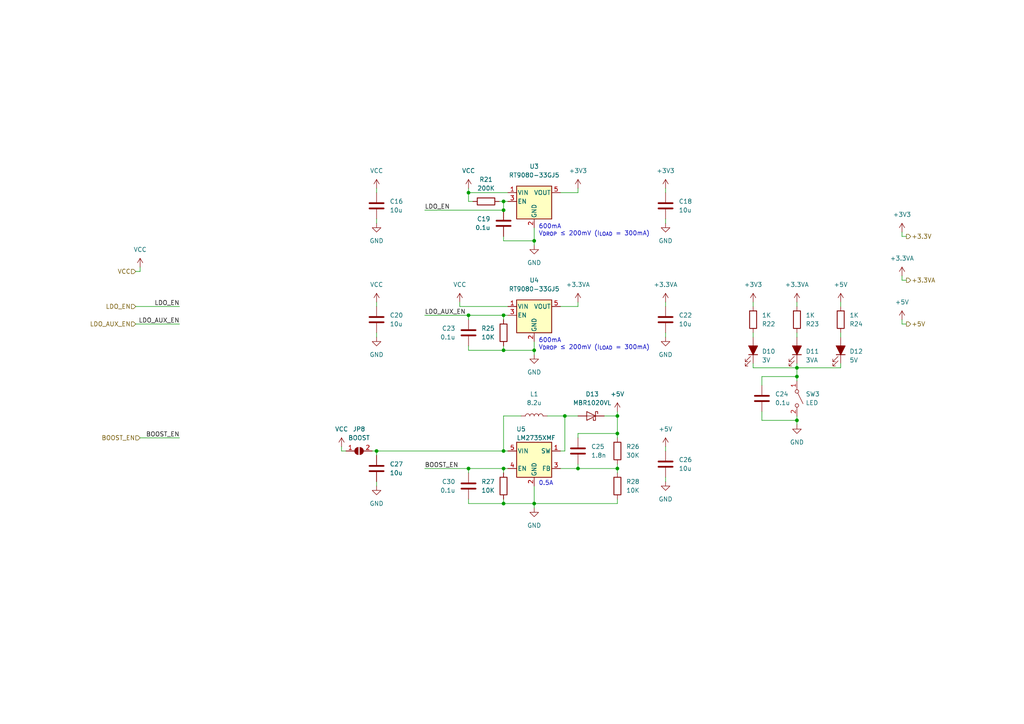
<source format=kicad_sch>
(kicad_sch (version 20211123) (generator eeschema)

  (uuid b1923567-db0e-4d16-a554-5b59ed5a787f)

  (paper "A4")

  (title_block
    (title "SolarNode")
    (date "2021-12-23")
    (rev "0.1")
  )

  (lib_symbols
    (symbol "Device:C" (pin_numbers hide) (pin_names (offset 0.254)) (in_bom yes) (on_board yes)
      (property "Reference" "C" (id 0) (at 0.635 2.54 0)
        (effects (font (size 1.27 1.27)) (justify left))
      )
      (property "Value" "C" (id 1) (at 0.635 -2.54 0)
        (effects (font (size 1.27 1.27)) (justify left))
      )
      (property "Footprint" "" (id 2) (at 0.9652 -3.81 0)
        (effects (font (size 1.27 1.27)) hide)
      )
      (property "Datasheet" "~" (id 3) (at 0 0 0)
        (effects (font (size 1.27 1.27)) hide)
      )
      (property "ki_keywords" "cap capacitor" (id 4) (at 0 0 0)
        (effects (font (size 1.27 1.27)) hide)
      )
      (property "ki_description" "Unpolarized capacitor" (id 5) (at 0 0 0)
        (effects (font (size 1.27 1.27)) hide)
      )
      (property "ki_fp_filters" "C_*" (id 6) (at 0 0 0)
        (effects (font (size 1.27 1.27)) hide)
      )
      (symbol "C_0_1"
        (polyline
          (pts
            (xy -2.032 -0.762)
            (xy 2.032 -0.762)
          )
          (stroke (width 0.508) (type default) (color 0 0 0 0))
          (fill (type none))
        )
        (polyline
          (pts
            (xy -2.032 0.762)
            (xy 2.032 0.762)
          )
          (stroke (width 0.508) (type default) (color 0 0 0 0))
          (fill (type none))
        )
      )
      (symbol "C_1_1"
        (pin passive line (at 0 3.81 270) (length 2.794)
          (name "~" (effects (font (size 1.27 1.27))))
          (number "1" (effects (font (size 1.27 1.27))))
        )
        (pin passive line (at 0 -3.81 90) (length 2.794)
          (name "~" (effects (font (size 1.27 1.27))))
          (number "2" (effects (font (size 1.27 1.27))))
        )
      )
    )
    (symbol "Device:L" (pin_numbers hide) (pin_names (offset 1.016) hide) (in_bom yes) (on_board yes)
      (property "Reference" "L" (id 0) (at -1.27 0 90)
        (effects (font (size 1.27 1.27)))
      )
      (property "Value" "L" (id 1) (at 1.905 0 90)
        (effects (font (size 1.27 1.27)))
      )
      (property "Footprint" "" (id 2) (at 0 0 0)
        (effects (font (size 1.27 1.27)) hide)
      )
      (property "Datasheet" "~" (id 3) (at 0 0 0)
        (effects (font (size 1.27 1.27)) hide)
      )
      (property "ki_keywords" "inductor choke coil reactor magnetic" (id 4) (at 0 0 0)
        (effects (font (size 1.27 1.27)) hide)
      )
      (property "ki_description" "Inductor" (id 5) (at 0 0 0)
        (effects (font (size 1.27 1.27)) hide)
      )
      (property "ki_fp_filters" "Choke_* *Coil* Inductor_* L_*" (id 6) (at 0 0 0)
        (effects (font (size 1.27 1.27)) hide)
      )
      (symbol "L_0_1"
        (arc (start 0 -2.54) (mid 0.635 -1.905) (end 0 -1.27)
          (stroke (width 0) (type default) (color 0 0 0 0))
          (fill (type none))
        )
        (arc (start 0 -1.27) (mid 0.635 -0.635) (end 0 0)
          (stroke (width 0) (type default) (color 0 0 0 0))
          (fill (type none))
        )
        (arc (start 0 0) (mid 0.635 0.635) (end 0 1.27)
          (stroke (width 0) (type default) (color 0 0 0 0))
          (fill (type none))
        )
        (arc (start 0 1.27) (mid 0.635 1.905) (end 0 2.54)
          (stroke (width 0) (type default) (color 0 0 0 0))
          (fill (type none))
        )
      )
      (symbol "L_1_1"
        (pin passive line (at 0 3.81 270) (length 1.27)
          (name "1" (effects (font (size 1.27 1.27))))
          (number "1" (effects (font (size 1.27 1.27))))
        )
        (pin passive line (at 0 -3.81 90) (length 1.27)
          (name "2" (effects (font (size 1.27 1.27))))
          (number "2" (effects (font (size 1.27 1.27))))
        )
      )
    )
    (symbol "Device:LED_Filled" (pin_numbers hide) (pin_names (offset 1.016) hide) (in_bom yes) (on_board yes)
      (property "Reference" "D" (id 0) (at 0 2.54 0)
        (effects (font (size 1.27 1.27)))
      )
      (property "Value" "LED_Filled" (id 1) (at 0 -2.54 0)
        (effects (font (size 1.27 1.27)))
      )
      (property "Footprint" "" (id 2) (at 0 0 0)
        (effects (font (size 1.27 1.27)) hide)
      )
      (property "Datasheet" "~" (id 3) (at 0 0 0)
        (effects (font (size 1.27 1.27)) hide)
      )
      (property "ki_keywords" "LED diode" (id 4) (at 0 0 0)
        (effects (font (size 1.27 1.27)) hide)
      )
      (property "ki_description" "Light emitting diode, filled shape" (id 5) (at 0 0 0)
        (effects (font (size 1.27 1.27)) hide)
      )
      (property "ki_fp_filters" "LED* LED_SMD:* LED_THT:*" (id 6) (at 0 0 0)
        (effects (font (size 1.27 1.27)) hide)
      )
      (symbol "LED_Filled_0_1"
        (polyline
          (pts
            (xy -1.27 -1.27)
            (xy -1.27 1.27)
          )
          (stroke (width 0.254) (type default) (color 0 0 0 0))
          (fill (type none))
        )
        (polyline
          (pts
            (xy -1.27 0)
            (xy 1.27 0)
          )
          (stroke (width 0) (type default) (color 0 0 0 0))
          (fill (type none))
        )
        (polyline
          (pts
            (xy 1.27 -1.27)
            (xy 1.27 1.27)
            (xy -1.27 0)
            (xy 1.27 -1.27)
          )
          (stroke (width 0.254) (type default) (color 0 0 0 0))
          (fill (type outline))
        )
        (polyline
          (pts
            (xy -3.048 -0.762)
            (xy -4.572 -2.286)
            (xy -3.81 -2.286)
            (xy -4.572 -2.286)
            (xy -4.572 -1.524)
          )
          (stroke (width 0) (type default) (color 0 0 0 0))
          (fill (type none))
        )
        (polyline
          (pts
            (xy -1.778 -0.762)
            (xy -3.302 -2.286)
            (xy -2.54 -2.286)
            (xy -3.302 -2.286)
            (xy -3.302 -1.524)
          )
          (stroke (width 0) (type default) (color 0 0 0 0))
          (fill (type none))
        )
      )
      (symbol "LED_Filled_1_1"
        (pin passive line (at -3.81 0 0) (length 2.54)
          (name "K" (effects (font (size 1.27 1.27))))
          (number "1" (effects (font (size 1.27 1.27))))
        )
        (pin passive line (at 3.81 0 180) (length 2.54)
          (name "A" (effects (font (size 1.27 1.27))))
          (number "2" (effects (font (size 1.27 1.27))))
        )
      )
    )
    (symbol "Device:R" (pin_numbers hide) (pin_names (offset 0)) (in_bom yes) (on_board yes)
      (property "Reference" "R" (id 0) (at 2.032 0 90)
        (effects (font (size 1.27 1.27)))
      )
      (property "Value" "R" (id 1) (at 0 0 90)
        (effects (font (size 1.27 1.27)))
      )
      (property "Footprint" "" (id 2) (at -1.778 0 90)
        (effects (font (size 1.27 1.27)) hide)
      )
      (property "Datasheet" "~" (id 3) (at 0 0 0)
        (effects (font (size 1.27 1.27)) hide)
      )
      (property "ki_keywords" "R res resistor" (id 4) (at 0 0 0)
        (effects (font (size 1.27 1.27)) hide)
      )
      (property "ki_description" "Resistor" (id 5) (at 0 0 0)
        (effects (font (size 1.27 1.27)) hide)
      )
      (property "ki_fp_filters" "R_*" (id 6) (at 0 0 0)
        (effects (font (size 1.27 1.27)) hide)
      )
      (symbol "R_0_1"
        (rectangle (start -1.016 -2.54) (end 1.016 2.54)
          (stroke (width 0.254) (type default) (color 0 0 0 0))
          (fill (type none))
        )
      )
      (symbol "R_1_1"
        (pin passive line (at 0 3.81 270) (length 1.27)
          (name "~" (effects (font (size 1.27 1.27))))
          (number "1" (effects (font (size 1.27 1.27))))
        )
        (pin passive line (at 0 -3.81 90) (length 1.27)
          (name "~" (effects (font (size 1.27 1.27))))
          (number "2" (effects (font (size 1.27 1.27))))
        )
      )
    )
    (symbol "Diode:MBR1020VL" (pin_numbers hide) (pin_names hide) (in_bom yes) (on_board yes)
      (property "Reference" "D" (id 0) (at 0 2.54 0)
        (effects (font (size 1.27 1.27)))
      )
      (property "Value" "MBR1020VL" (id 1) (at 0 -2.54 0)
        (effects (font (size 1.27 1.27)))
      )
      (property "Footprint" "Diode_SMD:D_SOD-123F" (id 2) (at 0 -4.445 0)
        (effects (font (size 1.27 1.27)) hide)
      )
      (property "Datasheet" "https://www.onsemi.com/pub/Collateral/MBR1020VL-D.PDF" (id 3) (at 0 0 0)
        (effects (font (size 1.27 1.27)) hide)
      )
      (property "ki_keywords" "forward voltage diode" (id 4) (at 0 0 0)
        (effects (font (size 1.27 1.27)) hide)
      )
      (property "ki_description" "20V, 1A, 340 mV, Schottky Diode Rectifier, SOD-123F" (id 5) (at 0 0 0)
        (effects (font (size 1.27 1.27)) hide)
      )
      (property "ki_fp_filters" "D*SOD?123F*" (id 6) (at 0 0 0)
        (effects (font (size 1.27 1.27)) hide)
      )
      (symbol "MBR1020VL_0_1"
        (polyline
          (pts
            (xy 1.27 0)
            (xy -1.27 0)
          )
          (stroke (width 0) (type default) (color 0 0 0 0))
          (fill (type none))
        )
        (polyline
          (pts
            (xy 1.27 1.27)
            (xy 1.27 -1.27)
            (xy -1.27 0)
            (xy 1.27 1.27)
          )
          (stroke (width 0.2032) (type default) (color 0 0 0 0))
          (fill (type none))
        )
        (polyline
          (pts
            (xy -1.905 0.635)
            (xy -1.905 1.27)
            (xy -1.27 1.27)
            (xy -1.27 -1.27)
            (xy -0.635 -1.27)
            (xy -0.635 -0.635)
          )
          (stroke (width 0.2032) (type default) (color 0 0 0 0))
          (fill (type none))
        )
      )
      (symbol "MBR1020VL_1_1"
        (pin passive line (at -3.81 0 0) (length 2.54)
          (name "K" (effects (font (size 1.27 1.27))))
          (number "1" (effects (font (size 1.27 1.27))))
        )
        (pin passive line (at 3.81 0 180) (length 2.54)
          (name "A" (effects (font (size 1.27 1.27))))
          (number "2" (effects (font (size 1.27 1.27))))
        )
      )
    )
    (symbol "Jumper:SolderJumper_2_Open" (pin_names (offset 0) hide) (in_bom yes) (on_board yes)
      (property "Reference" "JP" (id 0) (at 0 2.032 0)
        (effects (font (size 1.27 1.27)))
      )
      (property "Value" "SolderJumper_2_Open" (id 1) (at 0 -2.54 0)
        (effects (font (size 1.27 1.27)))
      )
      (property "Footprint" "" (id 2) (at 0 0 0)
        (effects (font (size 1.27 1.27)) hide)
      )
      (property "Datasheet" "~" (id 3) (at 0 0 0)
        (effects (font (size 1.27 1.27)) hide)
      )
      (property "ki_keywords" "solder jumper SPST" (id 4) (at 0 0 0)
        (effects (font (size 1.27 1.27)) hide)
      )
      (property "ki_description" "Solder Jumper, 2-pole, open" (id 5) (at 0 0 0)
        (effects (font (size 1.27 1.27)) hide)
      )
      (property "ki_fp_filters" "SolderJumper*Open*" (id 6) (at 0 0 0)
        (effects (font (size 1.27 1.27)) hide)
      )
      (symbol "SolderJumper_2_Open_0_1"
        (arc (start -0.254 1.016) (mid -1.27 0) (end -0.254 -1.016)
          (stroke (width 0) (type default) (color 0 0 0 0))
          (fill (type none))
        )
        (arc (start -0.254 1.016) (mid -1.27 0) (end -0.254 -1.016)
          (stroke (width 0) (type default) (color 0 0 0 0))
          (fill (type outline))
        )
        (polyline
          (pts
            (xy -0.254 1.016)
            (xy -0.254 -1.016)
          )
          (stroke (width 0) (type default) (color 0 0 0 0))
          (fill (type none))
        )
        (polyline
          (pts
            (xy 0.254 1.016)
            (xy 0.254 -1.016)
          )
          (stroke (width 0) (type default) (color 0 0 0 0))
          (fill (type none))
        )
        (arc (start 0.254 -1.016) (mid 1.27 0) (end 0.254 1.016)
          (stroke (width 0) (type default) (color 0 0 0 0))
          (fill (type none))
        )
        (arc (start 0.254 -1.016) (mid 1.27 0) (end 0.254 1.016)
          (stroke (width 0) (type default) (color 0 0 0 0))
          (fill (type outline))
        )
      )
      (symbol "SolderJumper_2_Open_1_1"
        (pin passive line (at -3.81 0 0) (length 2.54)
          (name "A" (effects (font (size 1.27 1.27))))
          (number "1" (effects (font (size 1.27 1.27))))
        )
        (pin passive line (at 3.81 0 180) (length 2.54)
          (name "B" (effects (font (size 1.27 1.27))))
          (number "2" (effects (font (size 1.27 1.27))))
        )
      )
    )
    (symbol "Regulator_Linear:AP2112K-3.3" (pin_names (offset 0.254)) (in_bom yes) (on_board yes)
      (property "Reference" "U" (id 0) (at -5.08 5.715 0)
        (effects (font (size 1.27 1.27)) (justify left))
      )
      (property "Value" "AP2112K-3.3" (id 1) (at 0 5.715 0)
        (effects (font (size 1.27 1.27)) (justify left))
      )
      (property "Footprint" "Package_TO_SOT_SMD:SOT-23-5" (id 2) (at 0 8.255 0)
        (effects (font (size 1.27 1.27)) hide)
      )
      (property "Datasheet" "https://www.diodes.com/assets/Datasheets/AP2112.pdf" (id 3) (at 0 2.54 0)
        (effects (font (size 1.27 1.27)) hide)
      )
      (property "ki_keywords" "linear regulator ldo fixed positive" (id 4) (at 0 0 0)
        (effects (font (size 1.27 1.27)) hide)
      )
      (property "ki_description" "600mA low dropout linear regulator, with enable pin, 3.8V-6V input voltage range, 3.3V fixed positive output, SOT-23-5" (id 5) (at 0 0 0)
        (effects (font (size 1.27 1.27)) hide)
      )
      (property "ki_fp_filters" "SOT?23?5*" (id 6) (at 0 0 0)
        (effects (font (size 1.27 1.27)) hide)
      )
      (symbol "AP2112K-3.3_0_1"
        (rectangle (start -5.08 4.445) (end 5.08 -5.08)
          (stroke (width 0.254) (type default) (color 0 0 0 0))
          (fill (type background))
        )
      )
      (symbol "AP2112K-3.3_1_1"
        (pin power_in line (at -7.62 2.54 0) (length 2.54)
          (name "VIN" (effects (font (size 1.27 1.27))))
          (number "1" (effects (font (size 1.27 1.27))))
        )
        (pin power_in line (at 0 -7.62 90) (length 2.54)
          (name "GND" (effects (font (size 1.27 1.27))))
          (number "2" (effects (font (size 1.27 1.27))))
        )
        (pin input line (at -7.62 0 0) (length 2.54)
          (name "EN" (effects (font (size 1.27 1.27))))
          (number "3" (effects (font (size 1.27 1.27))))
        )
        (pin no_connect line (at 5.08 0 180) (length 2.54) hide
          (name "NC" (effects (font (size 1.27 1.27))))
          (number "4" (effects (font (size 1.27 1.27))))
        )
        (pin power_out line (at 7.62 2.54 180) (length 2.54)
          (name "VOUT" (effects (font (size 1.27 1.27))))
          (number "5" (effects (font (size 1.27 1.27))))
        )
      )
    )
    (symbol "Regulator_Switching:LM2735XMF" (pin_names (offset 0.254)) (in_bom yes) (on_board yes)
      (property "Reference" "U" (id 0) (at -5.08 6.35 0)
        (effects (font (size 1.27 1.27)) (justify left))
      )
      (property "Value" "LM2735XMF" (id 1) (at 0 6.35 0)
        (effects (font (size 1.27 1.27)) (justify left))
      )
      (property "Footprint" "Package_TO_SOT_SMD:SOT-23-5" (id 2) (at 1.27 -6.35 0)
        (effects (font (size 1.27 1.27) italic) (justify left) hide)
      )
      (property "Datasheet" "http://www.ti.com/lit/ds/symlink/lm2735.pdf" (id 3) (at 0 2.54 0)
        (effects (font (size 1.27 1.27)) hide)
      )
      (property "ki_keywords" "Miniature Step-Up Boost Flyback SEPIC Voltage Regulator" (id 4) (at 0 0 0)
        (effects (font (size 1.27 1.27)) hide)
      )
      (property "ki_description" "LM27313, 2.1A, 24Vout Boost/FlybacK/SEPIC Voltage Regulator, 520kHz/1.6MHz Frequency," (id 5) (at 0 0 0)
        (effects (font (size 1.27 1.27)) hide)
      )
      (property "ki_fp_filters" "SOT?23*" (id 6) (at 0 0 0)
        (effects (font (size 1.27 1.27)) hide)
      )
      (symbol "LM2735XMF_0_1"
        (rectangle (start -5.08 5.08) (end 5.08 -5.08)
          (stroke (width 0.254) (type default) (color 0 0 0 0))
          (fill (type background))
        )
      )
      (symbol "LM2735XMF_1_1"
        (pin output line (at 7.62 2.54 180) (length 2.54)
          (name "SW" (effects (font (size 1.27 1.27))))
          (number "1" (effects (font (size 1.27 1.27))))
        )
        (pin power_in line (at 0 -7.62 90) (length 2.54)
          (name "GND" (effects (font (size 1.27 1.27))))
          (number "2" (effects (font (size 1.27 1.27))))
        )
        (pin input line (at 7.62 -2.54 180) (length 2.54)
          (name "FB" (effects (font (size 1.27 1.27))))
          (number "3" (effects (font (size 1.27 1.27))))
        )
        (pin input line (at -7.62 -2.54 0) (length 2.54)
          (name "EN" (effects (font (size 1.27 1.27))))
          (number "4" (effects (font (size 1.27 1.27))))
        )
        (pin input line (at -7.62 2.54 0) (length 2.54)
          (name "VIN" (effects (font (size 1.27 1.27))))
          (number "5" (effects (font (size 1.27 1.27))))
        )
      )
    )
    (symbol "Switch:SW_SPST" (pin_names (offset 0) hide) (in_bom yes) (on_board yes)
      (property "Reference" "SW" (id 0) (at 0 3.175 0)
        (effects (font (size 1.27 1.27)))
      )
      (property "Value" "SW_SPST" (id 1) (at 0 -2.54 0)
        (effects (font (size 1.27 1.27)))
      )
      (property "Footprint" "" (id 2) (at 0 0 0)
        (effects (font (size 1.27 1.27)) hide)
      )
      (property "Datasheet" "~" (id 3) (at 0 0 0)
        (effects (font (size 1.27 1.27)) hide)
      )
      (property "ki_keywords" "switch lever" (id 4) (at 0 0 0)
        (effects (font (size 1.27 1.27)) hide)
      )
      (property "ki_description" "Single Pole Single Throw (SPST) switch" (id 5) (at 0 0 0)
        (effects (font (size 1.27 1.27)) hide)
      )
      (symbol "SW_SPST_0_0"
        (circle (center -2.032 0) (radius 0.508)
          (stroke (width 0) (type default) (color 0 0 0 0))
          (fill (type none))
        )
        (polyline
          (pts
            (xy -1.524 0.254)
            (xy 1.524 1.778)
          )
          (stroke (width 0) (type default) (color 0 0 0 0))
          (fill (type none))
        )
        (circle (center 2.032 0) (radius 0.508)
          (stroke (width 0) (type default) (color 0 0 0 0))
          (fill (type none))
        )
      )
      (symbol "SW_SPST_1_1"
        (pin passive line (at -5.08 0 0) (length 2.54)
          (name "A" (effects (font (size 1.27 1.27))))
          (number "1" (effects (font (size 1.27 1.27))))
        )
        (pin passive line (at 5.08 0 180) (length 2.54)
          (name "B" (effects (font (size 1.27 1.27))))
          (number "2" (effects (font (size 1.27 1.27))))
        )
      )
    )
    (symbol "power:+3.3V" (power) (pin_names (offset 0)) (in_bom yes) (on_board yes)
      (property "Reference" "#PWR" (id 0) (at 0 -3.81 0)
        (effects (font (size 1.27 1.27)) hide)
      )
      (property "Value" "+3.3V" (id 1) (at 0 3.556 0)
        (effects (font (size 1.27 1.27)))
      )
      (property "Footprint" "" (id 2) (at 0 0 0)
        (effects (font (size 1.27 1.27)) hide)
      )
      (property "Datasheet" "" (id 3) (at 0 0 0)
        (effects (font (size 1.27 1.27)) hide)
      )
      (property "ki_keywords" "power-flag" (id 4) (at 0 0 0)
        (effects (font (size 1.27 1.27)) hide)
      )
      (property "ki_description" "Power symbol creates a global label with name \"+3.3V\"" (id 5) (at 0 0 0)
        (effects (font (size 1.27 1.27)) hide)
      )
      (symbol "+3.3V_0_1"
        (polyline
          (pts
            (xy -0.762 1.27)
            (xy 0 2.54)
          )
          (stroke (width 0) (type default) (color 0 0 0 0))
          (fill (type none))
        )
        (polyline
          (pts
            (xy 0 0)
            (xy 0 2.54)
          )
          (stroke (width 0) (type default) (color 0 0 0 0))
          (fill (type none))
        )
        (polyline
          (pts
            (xy 0 2.54)
            (xy 0.762 1.27)
          )
          (stroke (width 0) (type default) (color 0 0 0 0))
          (fill (type none))
        )
      )
      (symbol "+3.3V_1_1"
        (pin power_in line (at 0 0 90) (length 0) hide
          (name "+3V3" (effects (font (size 1.27 1.27))))
          (number "1" (effects (font (size 1.27 1.27))))
        )
      )
    )
    (symbol "power:+3.3VA" (power) (pin_names (offset 0)) (in_bom yes) (on_board yes)
      (property "Reference" "#PWR" (id 0) (at 0 -3.81 0)
        (effects (font (size 1.27 1.27)) hide)
      )
      (property "Value" "+3.3VA" (id 1) (at 0 3.556 0)
        (effects (font (size 1.27 1.27)))
      )
      (property "Footprint" "" (id 2) (at 0 0 0)
        (effects (font (size 1.27 1.27)) hide)
      )
      (property "Datasheet" "" (id 3) (at 0 0 0)
        (effects (font (size 1.27 1.27)) hide)
      )
      (property "ki_keywords" "power-flag" (id 4) (at 0 0 0)
        (effects (font (size 1.27 1.27)) hide)
      )
      (property "ki_description" "Power symbol creates a global label with name \"+3.3VA\"" (id 5) (at 0 0 0)
        (effects (font (size 1.27 1.27)) hide)
      )
      (symbol "+3.3VA_0_1"
        (polyline
          (pts
            (xy -0.762 1.27)
            (xy 0 2.54)
          )
          (stroke (width 0) (type default) (color 0 0 0 0))
          (fill (type none))
        )
        (polyline
          (pts
            (xy 0 0)
            (xy 0 2.54)
          )
          (stroke (width 0) (type default) (color 0 0 0 0))
          (fill (type none))
        )
        (polyline
          (pts
            (xy 0 2.54)
            (xy 0.762 1.27)
          )
          (stroke (width 0) (type default) (color 0 0 0 0))
          (fill (type none))
        )
      )
      (symbol "+3.3VA_1_1"
        (pin power_in line (at 0 0 90) (length 0) hide
          (name "+3.3VA" (effects (font (size 1.27 1.27))))
          (number "1" (effects (font (size 1.27 1.27))))
        )
      )
    )
    (symbol "power:+5V" (power) (pin_names (offset 0)) (in_bom yes) (on_board yes)
      (property "Reference" "#PWR" (id 0) (at 0 -3.81 0)
        (effects (font (size 1.27 1.27)) hide)
      )
      (property "Value" "+5V" (id 1) (at 0 3.556 0)
        (effects (font (size 1.27 1.27)))
      )
      (property "Footprint" "" (id 2) (at 0 0 0)
        (effects (font (size 1.27 1.27)) hide)
      )
      (property "Datasheet" "" (id 3) (at 0 0 0)
        (effects (font (size 1.27 1.27)) hide)
      )
      (property "ki_keywords" "power-flag" (id 4) (at 0 0 0)
        (effects (font (size 1.27 1.27)) hide)
      )
      (property "ki_description" "Power symbol creates a global label with name \"+5V\"" (id 5) (at 0 0 0)
        (effects (font (size 1.27 1.27)) hide)
      )
      (symbol "+5V_0_1"
        (polyline
          (pts
            (xy -0.762 1.27)
            (xy 0 2.54)
          )
          (stroke (width 0) (type default) (color 0 0 0 0))
          (fill (type none))
        )
        (polyline
          (pts
            (xy 0 0)
            (xy 0 2.54)
          )
          (stroke (width 0) (type default) (color 0 0 0 0))
          (fill (type none))
        )
        (polyline
          (pts
            (xy 0 2.54)
            (xy 0.762 1.27)
          )
          (stroke (width 0) (type default) (color 0 0 0 0))
          (fill (type none))
        )
      )
      (symbol "+5V_1_1"
        (pin power_in line (at 0 0 90) (length 0) hide
          (name "+5V" (effects (font (size 1.27 1.27))))
          (number "1" (effects (font (size 1.27 1.27))))
        )
      )
    )
    (symbol "power:GND" (power) (pin_names (offset 0)) (in_bom yes) (on_board yes)
      (property "Reference" "#PWR" (id 0) (at 0 -6.35 0)
        (effects (font (size 1.27 1.27)) hide)
      )
      (property "Value" "GND" (id 1) (at 0 -3.81 0)
        (effects (font (size 1.27 1.27)))
      )
      (property "Footprint" "" (id 2) (at 0 0 0)
        (effects (font (size 1.27 1.27)) hide)
      )
      (property "Datasheet" "" (id 3) (at 0 0 0)
        (effects (font (size 1.27 1.27)) hide)
      )
      (property "ki_keywords" "power-flag" (id 4) (at 0 0 0)
        (effects (font (size 1.27 1.27)) hide)
      )
      (property "ki_description" "Power symbol creates a global label with name \"GND\" , ground" (id 5) (at 0 0 0)
        (effects (font (size 1.27 1.27)) hide)
      )
      (symbol "GND_0_1"
        (polyline
          (pts
            (xy 0 0)
            (xy 0 -1.27)
            (xy 1.27 -1.27)
            (xy 0 -2.54)
            (xy -1.27 -1.27)
            (xy 0 -1.27)
          )
          (stroke (width 0) (type default) (color 0 0 0 0))
          (fill (type none))
        )
      )
      (symbol "GND_1_1"
        (pin power_in line (at 0 0 270) (length 0) hide
          (name "GND" (effects (font (size 1.27 1.27))))
          (number "1" (effects (font (size 1.27 1.27))))
        )
      )
    )
    (symbol "power:VCC" (power) (pin_names (offset 0)) (in_bom yes) (on_board yes)
      (property "Reference" "#PWR" (id 0) (at 0 -3.81 0)
        (effects (font (size 1.27 1.27)) hide)
      )
      (property "Value" "VCC" (id 1) (at 0 3.81 0)
        (effects (font (size 1.27 1.27)))
      )
      (property "Footprint" "" (id 2) (at 0 0 0)
        (effects (font (size 1.27 1.27)) hide)
      )
      (property "Datasheet" "" (id 3) (at 0 0 0)
        (effects (font (size 1.27 1.27)) hide)
      )
      (property "ki_keywords" "power-flag" (id 4) (at 0 0 0)
        (effects (font (size 1.27 1.27)) hide)
      )
      (property "ki_description" "Power symbol creates a global label with name \"VCC\"" (id 5) (at 0 0 0)
        (effects (font (size 1.27 1.27)) hide)
      )
      (symbol "VCC_0_1"
        (polyline
          (pts
            (xy -0.762 1.27)
            (xy 0 2.54)
          )
          (stroke (width 0) (type default) (color 0 0 0 0))
          (fill (type none))
        )
        (polyline
          (pts
            (xy 0 0)
            (xy 0 2.54)
          )
          (stroke (width 0) (type default) (color 0 0 0 0))
          (fill (type none))
        )
        (polyline
          (pts
            (xy 0 2.54)
            (xy 0.762 1.27)
          )
          (stroke (width 0) (type default) (color 0 0 0 0))
          (fill (type none))
        )
      )
      (symbol "VCC_1_1"
        (pin power_in line (at 0 0 90) (length 0) hide
          (name "VCC" (effects (font (size 1.27 1.27))))
          (number "1" (effects (font (size 1.27 1.27))))
        )
      )
    )
  )

  (junction (at 179.07 135.89) (diameter 0) (color 0 0 0 0)
    (uuid 01a01028-b5cd-4518-9372-89d116c8ba0c)
  )
  (junction (at 179.07 120.65) (diameter 0) (color 0 0 0 0)
    (uuid 2e53b5c0-c22d-4442-97b9-367a776326a1)
  )
  (junction (at 163.83 120.65) (diameter 0) (color 0 0 0 0)
    (uuid 34d48613-c2c3-4572-8bfc-2439846b6444)
  )
  (junction (at 135.89 91.44) (diameter 0) (color 0 0 0 0)
    (uuid 3d24fd56-0502-4f33-bb36-42d8199337c2)
  )
  (junction (at 154.94 146.05) (diameter 0) (color 0 0 0 0)
    (uuid 44a09f44-80b7-42dc-8910-764167cf6c98)
  )
  (junction (at 231.14 121.92) (diameter 0) (color 0 0 0 0)
    (uuid 4fe586ba-5cf0-4449-9653-6e0881fc57a9)
  )
  (junction (at 146.05 60.96) (diameter 0) (color 0 0 0 0)
    (uuid 5207d7ad-b6b2-430f-89de-84a552cf105c)
  )
  (junction (at 179.07 125.73) (diameter 0) (color 0 0 0 0)
    (uuid 54103f01-1cce-45ed-9da0-c16f5f837ced)
  )
  (junction (at 135.89 55.88) (diameter 0) (color 0 0 0 0)
    (uuid 58c25dc1-5ab6-4269-b7a9-570b5d6de9b8)
  )
  (junction (at 146.05 135.89) (diameter 0) (color 0 0 0 0)
    (uuid 5c3489b0-e835-403b-bf29-3697b730ccc8)
  )
  (junction (at 167.64 135.89) (diameter 0) (color 0 0 0 0)
    (uuid 6139f73f-5fdd-4d3b-934b-93a5cfc34041)
  )
  (junction (at 231.14 106.68) (diameter 0) (color 0 0 0 0)
    (uuid 6decc713-7d86-462f-a342-de1134abeb31)
  )
  (junction (at 231.14 109.22) (diameter 0) (color 0 0 0 0)
    (uuid 80d05a9f-6208-4c1d-9aa3-c2e95a8cda42)
  )
  (junction (at 154.94 101.6) (diameter 0) (color 0 0 0 0)
    (uuid 9950db48-3524-4869-8151-1e0d867011d6)
  )
  (junction (at 146.05 58.42) (diameter 0) (color 0 0 0 0)
    (uuid a0ca1424-ad7a-45b4-9bb1-6127c57d2857)
  )
  (junction (at 135.89 135.89) (diameter 0) (color 0 0 0 0)
    (uuid b783de2d-e421-4a07-b0cb-488697792d9c)
  )
  (junction (at 154.94 69.85) (diameter 0) (color 0 0 0 0)
    (uuid d43a3c2b-54c3-4b66-81c7-f92fd7cbf253)
  )
  (junction (at 146.05 130.81) (diameter 0) (color 0 0 0 0)
    (uuid ee5f973d-b7fe-4d5a-9c84-2fbff9714e46)
  )
  (junction (at 146.05 91.44) (diameter 0) (color 0 0 0 0)
    (uuid f25f1356-5ed1-460b-8c71-5ff882aa8eb6)
  )
  (junction (at 109.22 130.81) (diameter 0) (color 0 0 0 0)
    (uuid f2acd9d5-ee00-4661-88aa-de518b0387aa)
  )
  (junction (at 146.05 101.6) (diameter 0) (color 0 0 0 0)
    (uuid f892aebf-5a57-4457-9ea4-70404dfb4c94)
  )
  (junction (at 146.05 146.05) (diameter 0) (color 0 0 0 0)
    (uuid fa730545-665c-49fb-8766-069f1de1d51a)
  )

  (wire (pts (xy 179.07 125.73) (xy 179.07 127))
    (stroke (width 0) (type default) (color 0 0 0 0))
    (uuid 012a78ad-fad8-41ae-9284-ea82d77666d3)
  )
  (wire (pts (xy 146.05 100.33) (xy 146.05 101.6))
    (stroke (width 0) (type default) (color 0 0 0 0))
    (uuid 012d2f86-8196-4105-bd65-0ee056fa836a)
  )
  (wire (pts (xy 175.26 120.65) (xy 179.07 120.65))
    (stroke (width 0) (type default) (color 0 0 0 0))
    (uuid 0491fe11-3e4f-42a7-918b-69214ba4b7a8)
  )
  (wire (pts (xy 146.05 146.05) (xy 154.94 146.05))
    (stroke (width 0) (type default) (color 0 0 0 0))
    (uuid 06f961b4-7285-45be-aab4-a26dc4e4deb7)
  )
  (wire (pts (xy 167.64 55.88) (xy 162.56 55.88))
    (stroke (width 0) (type default) (color 0 0 0 0))
    (uuid 07a97ac7-5366-48ed-9bcb-1ac0d007f7c1)
  )
  (wire (pts (xy 151.13 120.65) (xy 146.05 120.65))
    (stroke (width 0) (type default) (color 0 0 0 0))
    (uuid 08d035cd-fb88-4f5b-8e81-db3591af010d)
  )
  (wire (pts (xy 109.22 96.52) (xy 109.22 97.79))
    (stroke (width 0) (type default) (color 0 0 0 0))
    (uuid 0913884f-745a-4e0c-baf0-f84d7b3fafe9)
  )
  (wire (pts (xy 243.84 105.41) (xy 243.84 106.68))
    (stroke (width 0) (type default) (color 0 0 0 0))
    (uuid 0cfd8c20-aa69-485f-ae05-bd69c2549ab2)
  )
  (wire (pts (xy 135.89 135.89) (xy 146.05 135.89))
    (stroke (width 0) (type default) (color 0 0 0 0))
    (uuid 0d4494bb-33e9-44aa-97ae-7153a84de98a)
  )
  (wire (pts (xy 179.07 119.38) (xy 179.07 120.65))
    (stroke (width 0) (type default) (color 0 0 0 0))
    (uuid 0d97aa71-d909-4f69-8ef3-1ce304e04459)
  )
  (wire (pts (xy 146.05 130.81) (xy 147.32 130.81))
    (stroke (width 0) (type default) (color 0 0 0 0))
    (uuid 13415e26-7684-4417-8eab-ff605905cec9)
  )
  (wire (pts (xy 135.89 101.6) (xy 146.05 101.6))
    (stroke (width 0) (type default) (color 0 0 0 0))
    (uuid 140b45c8-3b32-47aa-954d-5989a0062b60)
  )
  (wire (pts (xy 154.94 140.97) (xy 154.94 146.05))
    (stroke (width 0) (type default) (color 0 0 0 0))
    (uuid 15497ec5-fe15-4ee2-954b-9007d83068a1)
  )
  (wire (pts (xy 146.05 135.89) (xy 146.05 137.16))
    (stroke (width 0) (type default) (color 0 0 0 0))
    (uuid 16b57fe5-a31d-470a-86c8-2e0d983d3af6)
  )
  (wire (pts (xy 261.62 68.58) (xy 262.89 68.58))
    (stroke (width 0) (type default) (color 0 0 0 0))
    (uuid 1700d817-40fd-4212-aff3-20260ea5b71b)
  )
  (wire (pts (xy 193.04 138.43) (xy 193.04 139.7))
    (stroke (width 0) (type default) (color 0 0 0 0))
    (uuid 221b46e1-d1c1-4897-b4ab-47a3b2080ca2)
  )
  (wire (pts (xy 193.04 129.54) (xy 193.04 130.81))
    (stroke (width 0) (type default) (color 0 0 0 0))
    (uuid 22b5294a-5a2f-487d-b01e-c2af0f6557c1)
  )
  (wire (pts (xy 218.44 105.41) (xy 218.44 106.68))
    (stroke (width 0) (type default) (color 0 0 0 0))
    (uuid 271b735f-3cdb-4c22-bf96-32fa1eca5be0)
  )
  (wire (pts (xy 167.64 127) (xy 167.64 125.73))
    (stroke (width 0) (type default) (color 0 0 0 0))
    (uuid 2d7a3c6b-379b-4a73-a9d1-aecc08a5c851)
  )
  (wire (pts (xy 261.62 80.01) (xy 261.62 81.28))
    (stroke (width 0) (type default) (color 0 0 0 0))
    (uuid 320627c0-0e29-4286-8f7c-18a76cb7ce6f)
  )
  (wire (pts (xy 146.05 58.42) (xy 146.05 60.96))
    (stroke (width 0) (type default) (color 0 0 0 0))
    (uuid 346412cc-e5ab-42c0-9016-706a749ebcc7)
  )
  (wire (pts (xy 179.07 134.62) (xy 179.07 135.89))
    (stroke (width 0) (type default) (color 0 0 0 0))
    (uuid 357c5cd9-7e8c-451f-87f1-61ac6671b52d)
  )
  (wire (pts (xy 261.62 93.98) (xy 262.89 93.98))
    (stroke (width 0) (type default) (color 0 0 0 0))
    (uuid 37241441-60a2-4edf-adac-df395ccb1bc4)
  )
  (wire (pts (xy 231.14 109.22) (xy 231.14 110.49))
    (stroke (width 0) (type default) (color 0 0 0 0))
    (uuid 3809fc8d-9a4d-4095-abf5-f940420dccdc)
  )
  (wire (pts (xy 146.05 69.85) (xy 154.94 69.85))
    (stroke (width 0) (type default) (color 0 0 0 0))
    (uuid 38f2f5fc-04fc-49ce-a3ef-a18405e52fbf)
  )
  (wire (pts (xy 193.04 63.5) (xy 193.04 64.77))
    (stroke (width 0) (type default) (color 0 0 0 0))
    (uuid 3d422186-052b-47ff-9257-146295379b14)
  )
  (wire (pts (xy 162.56 135.89) (xy 167.64 135.89))
    (stroke (width 0) (type default) (color 0 0 0 0))
    (uuid 3fcdf106-3963-41f8-8bc0-1d7a98d10fb4)
  )
  (wire (pts (xy 135.89 100.33) (xy 135.89 101.6))
    (stroke (width 0) (type default) (color 0 0 0 0))
    (uuid 48f120a7-78f9-4853-914e-ecc85781640f)
  )
  (wire (pts (xy 109.22 63.5) (xy 109.22 64.77))
    (stroke (width 0) (type default) (color 0 0 0 0))
    (uuid 4c91c327-3000-4f72-84ab-53facfba5d71)
  )
  (wire (pts (xy 218.44 87.63) (xy 218.44 88.9))
    (stroke (width 0) (type default) (color 0 0 0 0))
    (uuid 5029f97a-8ecd-4206-bd70-855f445b38e5)
  )
  (wire (pts (xy 133.35 88.9) (xy 147.32 88.9))
    (stroke (width 0) (type default) (color 0 0 0 0))
    (uuid 5661a647-376a-4f14-bcae-3f4b8d763b29)
  )
  (wire (pts (xy 243.84 87.63) (xy 243.84 88.9))
    (stroke (width 0) (type default) (color 0 0 0 0))
    (uuid 58a14178-6b04-4cb3-b45d-07bbea5a76f5)
  )
  (wire (pts (xy 261.62 67.31) (xy 261.62 68.58))
    (stroke (width 0) (type default) (color 0 0 0 0))
    (uuid 5981172f-9f56-4853-b314-ec41cc4b4f58)
  )
  (wire (pts (xy 40.64 127) (xy 52.07 127))
    (stroke (width 0) (type default) (color 0 0 0 0))
    (uuid 5b53df6e-03b3-47b1-8708-d16ad5a7876f)
  )
  (wire (pts (xy 179.07 135.89) (xy 167.64 135.89))
    (stroke (width 0) (type default) (color 0 0 0 0))
    (uuid 5cae5764-5ee8-4827-9a16-ff0424409f79)
  )
  (wire (pts (xy 135.89 58.42) (xy 135.89 55.88))
    (stroke (width 0) (type default) (color 0 0 0 0))
    (uuid 5cde732a-24e9-4dbc-9b50-74b4dbd5ff9e)
  )
  (wire (pts (xy 231.14 106.68) (xy 243.84 106.68))
    (stroke (width 0) (type default) (color 0 0 0 0))
    (uuid 5e549bd2-d225-47f0-a6b5-13a7ebe619d7)
  )
  (wire (pts (xy 218.44 106.68) (xy 231.14 106.68))
    (stroke (width 0) (type default) (color 0 0 0 0))
    (uuid 5e9be0b9-2b80-43e2-8513-5a7636374d48)
  )
  (wire (pts (xy 231.14 105.41) (xy 231.14 106.68))
    (stroke (width 0) (type default) (color 0 0 0 0))
    (uuid 6192ef60-82a6-407a-ae5b-a5ea81917e4a)
  )
  (wire (pts (xy 167.64 87.63) (xy 167.64 88.9))
    (stroke (width 0) (type default) (color 0 0 0 0))
    (uuid 654f1c83-88c5-4dee-800b-6271a09ab47c)
  )
  (wire (pts (xy 167.64 88.9) (xy 162.56 88.9))
    (stroke (width 0) (type default) (color 0 0 0 0))
    (uuid 69629d5a-bc48-423a-be51-00adbe688187)
  )
  (wire (pts (xy 123.19 135.89) (xy 135.89 135.89))
    (stroke (width 0) (type default) (color 0 0 0 0))
    (uuid 6fc66bf0-590c-48db-a445-4fe0e9dd10ba)
  )
  (wire (pts (xy 154.94 66.04) (xy 154.94 69.85))
    (stroke (width 0) (type default) (color 0 0 0 0))
    (uuid 73675fb7-a042-4032-a76e-e65c5d549d8a)
  )
  (wire (pts (xy 231.14 120.65) (xy 231.14 121.92))
    (stroke (width 0) (type default) (color 0 0 0 0))
    (uuid 768e8140-38f6-4ca3-9b86-209863f8f6c3)
  )
  (wire (pts (xy 220.98 109.22) (xy 231.14 109.22))
    (stroke (width 0) (type default) (color 0 0 0 0))
    (uuid 784ce91c-62d8-4331-9d32-8491910a2e0b)
  )
  (wire (pts (xy 39.37 78.74) (xy 40.64 78.74))
    (stroke (width 0) (type default) (color 0 0 0 0))
    (uuid 7b0c4fad-0e4e-4323-88bf-49ab9862a203)
  )
  (wire (pts (xy 39.37 88.9) (xy 52.07 88.9))
    (stroke (width 0) (type default) (color 0 0 0 0))
    (uuid 829b4ca3-7437-4f73-93f1-b3e1696fb161)
  )
  (wire (pts (xy 135.89 91.44) (xy 135.89 92.71))
    (stroke (width 0) (type default) (color 0 0 0 0))
    (uuid 85652d42-680a-470b-a301-b14e2c08ccd9)
  )
  (wire (pts (xy 99.06 130.81) (xy 100.33 130.81))
    (stroke (width 0) (type default) (color 0 0 0 0))
    (uuid 8585d7da-9a90-4dd0-b1e1-1aaa6b469a8c)
  )
  (wire (pts (xy 109.22 87.63) (xy 109.22 88.9))
    (stroke (width 0) (type default) (color 0 0 0 0))
    (uuid 85d8c324-0474-4202-aa09-5b14634c3412)
  )
  (wire (pts (xy 154.94 99.06) (xy 154.94 101.6))
    (stroke (width 0) (type default) (color 0 0 0 0))
    (uuid 872d1905-eb25-492c-a54e-811c616bd0cd)
  )
  (wire (pts (xy 193.04 54.61) (xy 193.04 55.88))
    (stroke (width 0) (type default) (color 0 0 0 0))
    (uuid 87c6e102-3f9b-44cd-a2ea-a3cdf431c173)
  )
  (wire (pts (xy 163.83 120.65) (xy 167.64 120.65))
    (stroke (width 0) (type default) (color 0 0 0 0))
    (uuid 88e9e82a-959e-43c1-9ec1-6595ea828fa1)
  )
  (wire (pts (xy 109.22 130.81) (xy 146.05 130.81))
    (stroke (width 0) (type default) (color 0 0 0 0))
    (uuid 8902e39e-b42d-446f-9f30-eab2225ed49e)
  )
  (wire (pts (xy 163.83 120.65) (xy 158.75 120.65))
    (stroke (width 0) (type default) (color 0 0 0 0))
    (uuid 8df49d5a-40d3-42c2-b9dc-105a6a87ab2a)
  )
  (wire (pts (xy 144.78 58.42) (xy 146.05 58.42))
    (stroke (width 0) (type default) (color 0 0 0 0))
    (uuid 8df5fa80-05bc-4990-80bc-f70362ae8b7d)
  )
  (wire (pts (xy 99.06 129.54) (xy 99.06 130.81))
    (stroke (width 0) (type default) (color 0 0 0 0))
    (uuid 8fec3320-4012-4232-850c-361c83f172fe)
  )
  (wire (pts (xy 146.05 58.42) (xy 147.32 58.42))
    (stroke (width 0) (type default) (color 0 0 0 0))
    (uuid 90f167cb-f8a0-40e0-8a89-6920d98ad9e5)
  )
  (wire (pts (xy 163.83 130.81) (xy 163.83 120.65))
    (stroke (width 0) (type default) (color 0 0 0 0))
    (uuid 968ea7e9-4b7e-4e54-98d6-59b958c8279a)
  )
  (wire (pts (xy 146.05 144.78) (xy 146.05 146.05))
    (stroke (width 0) (type default) (color 0 0 0 0))
    (uuid 9db92b39-b5e2-4eb4-9ba8-03f6ba39b7a5)
  )
  (wire (pts (xy 167.64 125.73) (xy 179.07 125.73))
    (stroke (width 0) (type default) (color 0 0 0 0))
    (uuid 9ef496a7-13a0-4a96-a5ce-48267b8e31e9)
  )
  (wire (pts (xy 154.94 71.12) (xy 154.94 69.85))
    (stroke (width 0) (type default) (color 0 0 0 0))
    (uuid 9f4458da-c134-457f-8e43-25b769a18aed)
  )
  (wire (pts (xy 179.07 135.89) (xy 179.07 137.16))
    (stroke (width 0) (type default) (color 0 0 0 0))
    (uuid 9f489d27-a838-4b7c-a774-ee8747e3f9e5)
  )
  (wire (pts (xy 218.44 96.52) (xy 218.44 97.79))
    (stroke (width 0) (type default) (color 0 0 0 0))
    (uuid a29b83a1-20cd-4202-aacb-81e769b2f782)
  )
  (wire (pts (xy 135.89 135.89) (xy 135.89 137.16))
    (stroke (width 0) (type default) (color 0 0 0 0))
    (uuid a317526d-7742-4337-9a05-24fca9a12958)
  )
  (wire (pts (xy 109.22 54.61) (xy 109.22 55.88))
    (stroke (width 0) (type default) (color 0 0 0 0))
    (uuid a532f003-feb9-4f8d-9f49-3111fe129721)
  )
  (wire (pts (xy 133.35 87.63) (xy 133.35 88.9))
    (stroke (width 0) (type default) (color 0 0 0 0))
    (uuid a5a31f7c-8074-4be5-9ecb-483f3501a892)
  )
  (wire (pts (xy 40.64 78.74) (xy 40.64 77.47))
    (stroke (width 0) (type default) (color 0 0 0 0))
    (uuid a8544868-590b-42eb-8407-31a5a04beb54)
  )
  (wire (pts (xy 135.89 91.44) (xy 146.05 91.44))
    (stroke (width 0) (type default) (color 0 0 0 0))
    (uuid a8aa4b4a-e264-4c6e-a7a8-6d9e9978fa8c)
  )
  (wire (pts (xy 39.37 93.98) (xy 52.07 93.98))
    (stroke (width 0) (type default) (color 0 0 0 0))
    (uuid a965d91c-093b-4bce-8516-d7bdfc948028)
  )
  (wire (pts (xy 231.14 121.92) (xy 231.14 123.19))
    (stroke (width 0) (type default) (color 0 0 0 0))
    (uuid a981ff40-6ff4-472d-ba50-ebb2effc96e8)
  )
  (wire (pts (xy 146.05 91.44) (xy 146.05 92.71))
    (stroke (width 0) (type default) (color 0 0 0 0))
    (uuid af44a8e7-8640-42c4-aa9e-2701da1e0f44)
  )
  (wire (pts (xy 231.14 87.63) (xy 231.14 88.9))
    (stroke (width 0) (type default) (color 0 0 0 0))
    (uuid b69b9256-e15e-4aa0-a0f6-d83e33826350)
  )
  (wire (pts (xy 137.16 58.42) (xy 135.89 58.42))
    (stroke (width 0) (type default) (color 0 0 0 0))
    (uuid b7801970-12b3-496b-a693-8024b6cbed66)
  )
  (wire (pts (xy 167.64 54.61) (xy 167.64 55.88))
    (stroke (width 0) (type default) (color 0 0 0 0))
    (uuid bab94f63-2bd7-42f5-a2cd-69aa2b5c2a3c)
  )
  (wire (pts (xy 231.14 106.68) (xy 231.14 109.22))
    (stroke (width 0) (type default) (color 0 0 0 0))
    (uuid befd9e83-8438-4d5a-832e-a0731e29e51a)
  )
  (wire (pts (xy 109.22 130.81) (xy 109.22 132.08))
    (stroke (width 0) (type default) (color 0 0 0 0))
    (uuid c0a3447f-22ee-4c2a-bfb4-8af894197db2)
  )
  (wire (pts (xy 135.89 54.61) (xy 135.89 55.88))
    (stroke (width 0) (type default) (color 0 0 0 0))
    (uuid c1d3284f-52e8-4475-b709-87bc92cde99b)
  )
  (wire (pts (xy 146.05 101.6) (xy 154.94 101.6))
    (stroke (width 0) (type default) (color 0 0 0 0))
    (uuid c4e0d5b0-c450-49ca-91f6-ad518767ab79)
  )
  (wire (pts (xy 261.62 92.71) (xy 261.62 93.98))
    (stroke (width 0) (type default) (color 0 0 0 0))
    (uuid c51c6e4a-ef4f-4aae-8ad4-2d1e544c0968)
  )
  (wire (pts (xy 220.98 119.38) (xy 220.98 121.92))
    (stroke (width 0) (type default) (color 0 0 0 0))
    (uuid c54e1786-8481-46e2-938a-dbc29db068a9)
  )
  (wire (pts (xy 179.07 120.65) (xy 179.07 125.73))
    (stroke (width 0) (type default) (color 0 0 0 0))
    (uuid c81c5f78-bf35-473b-99c5-0d24a2b822dd)
  )
  (wire (pts (xy 179.07 144.78) (xy 179.07 146.05))
    (stroke (width 0) (type default) (color 0 0 0 0))
    (uuid c85cdcc2-7783-4b7c-a760-96787a1e0c19)
  )
  (wire (pts (xy 220.98 111.76) (xy 220.98 109.22))
    (stroke (width 0) (type default) (color 0 0 0 0))
    (uuid cbd71644-7d76-4e5e-acbe-65282071528e)
  )
  (wire (pts (xy 193.04 87.63) (xy 193.04 88.9))
    (stroke (width 0) (type default) (color 0 0 0 0))
    (uuid cc128a2a-e873-42a5-9918-d14f04023941)
  )
  (wire (pts (xy 167.64 134.62) (xy 167.64 135.89))
    (stroke (width 0) (type default) (color 0 0 0 0))
    (uuid cc356e20-0800-4392-9bfa-9f334b086f36)
  )
  (wire (pts (xy 135.89 55.88) (xy 147.32 55.88))
    (stroke (width 0) (type default) (color 0 0 0 0))
    (uuid cc7dc01f-3c67-41ca-a8b6-fb2e28d85ded)
  )
  (wire (pts (xy 135.89 144.78) (xy 135.89 146.05))
    (stroke (width 0) (type default) (color 0 0 0 0))
    (uuid ce580e12-6685-4f96-a94e-c692f1241272)
  )
  (wire (pts (xy 109.22 139.7) (xy 109.22 140.97))
    (stroke (width 0) (type default) (color 0 0 0 0))
    (uuid ceedd48c-864a-4724-9b6c-d7f74db1fb9b)
  )
  (wire (pts (xy 146.05 120.65) (xy 146.05 130.81))
    (stroke (width 0) (type default) (color 0 0 0 0))
    (uuid d037a368-3149-477f-a1b7-ac3d38e6ad49)
  )
  (wire (pts (xy 220.98 121.92) (xy 231.14 121.92))
    (stroke (width 0) (type default) (color 0 0 0 0))
    (uuid d81eda93-5aef-4f71-9e67-85e8195919a5)
  )
  (wire (pts (xy 135.89 146.05) (xy 146.05 146.05))
    (stroke (width 0) (type default) (color 0 0 0 0))
    (uuid d9c9da19-ed33-4c80-b949-ccc5c15eabd2)
  )
  (wire (pts (xy 123.19 60.96) (xy 146.05 60.96))
    (stroke (width 0) (type default) (color 0 0 0 0))
    (uuid d9f4d0e5-797b-4de9-9af1-52529567b8be)
  )
  (wire (pts (xy 261.62 81.28) (xy 262.89 81.28))
    (stroke (width 0) (type default) (color 0 0 0 0))
    (uuid dbe87b54-cd45-4e72-81e4-562e032742e6)
  )
  (wire (pts (xy 243.84 96.52) (xy 243.84 97.79))
    (stroke (width 0) (type default) (color 0 0 0 0))
    (uuid e1cf21d1-ba16-4f02-8292-276b144a41ec)
  )
  (wire (pts (xy 146.05 135.89) (xy 147.32 135.89))
    (stroke (width 0) (type default) (color 0 0 0 0))
    (uuid e73cc528-1e5c-49e0-8bc4-4777b27b2da5)
  )
  (wire (pts (xy 154.94 146.05) (xy 154.94 147.32))
    (stroke (width 0) (type default) (color 0 0 0 0))
    (uuid edcef6e4-549b-4c66-ba8b-777c16a06a02)
  )
  (wire (pts (xy 146.05 91.44) (xy 147.32 91.44))
    (stroke (width 0) (type default) (color 0 0 0 0))
    (uuid eef6f9e0-c01c-4b5e-9d5d-a7bc7f4d9219)
  )
  (wire (pts (xy 123.19 91.44) (xy 135.89 91.44))
    (stroke (width 0) (type default) (color 0 0 0 0))
    (uuid eefa69d7-0330-4182-801f-b0e367716de7)
  )
  (wire (pts (xy 162.56 130.81) (xy 163.83 130.81))
    (stroke (width 0) (type default) (color 0 0 0 0))
    (uuid f254b84a-5945-4557-9333-a3dd3a7de990)
  )
  (wire (pts (xy 179.07 146.05) (xy 154.94 146.05))
    (stroke (width 0) (type default) (color 0 0 0 0))
    (uuid f44467e8-a6f0-4ff9-b049-3731156a97e6)
  )
  (wire (pts (xy 193.04 96.52) (xy 193.04 97.79))
    (stroke (width 0) (type default) (color 0 0 0 0))
    (uuid f97185af-6145-4e6e-9fa3-9983aee052b9)
  )
  (wire (pts (xy 146.05 68.58) (xy 146.05 69.85))
    (stroke (width 0) (type default) (color 0 0 0 0))
    (uuid fa6ea037-ad97-4490-aa08-82eb76fc5169)
  )
  (wire (pts (xy 154.94 101.6) (xy 154.94 102.87))
    (stroke (width 0) (type default) (color 0 0 0 0))
    (uuid fa7c5ae6-16f5-4a78-94c9-4dace12c6bd5)
  )
  (wire (pts (xy 107.95 130.81) (xy 109.22 130.81))
    (stroke (width 0) (type default) (color 0 0 0 0))
    (uuid fa95d8c3-5497-41f9-95ff-ee43ddb58575)
  )
  (wire (pts (xy 231.14 96.52) (xy 231.14 97.79))
    (stroke (width 0) (type default) (color 0 0 0 0))
    (uuid fe878fc2-abff-4e2a-af7b-aa6709c3ffa7)
  )

  (text "0.5A" (at 156.21 140.97 0)
    (effects (font (size 1.27 1.27)) (justify left bottom))
    (uuid 56b64c5d-a7b5-4156-bdc4-1328ec160fae)
  )
  (text "600mA\nV_{DROP} ≤ 200mV (I_{LOAD} = 300mA)" (at 156.21 101.6 0)
    (effects (font (size 1.27 1.27)) (justify left bottom))
    (uuid ed75a93e-224c-4369-8da1-0d5336e79d67)
  )
  (text "600mA\nV_{DROP} ≤ 200mV (I_{LOAD} = 300mA)" (at 156.21 68.58 0)
    (effects (font (size 1.27 1.27)) (justify left bottom))
    (uuid ff642f93-1dde-48d3-9ce3-91bc71bed1ef)
  )

  (label "LDO_EN" (at 123.19 60.96 0)
    (effects (font (size 1.27 1.27)) (justify left bottom))
    (uuid 365c001c-cb64-44e8-a66a-7c0f900e1c59)
  )
  (label "LDO_AUX_EN" (at 123.19 91.44 0)
    (effects (font (size 1.27 1.27)) (justify left bottom))
    (uuid 4b55a8e6-4d84-40ab-a220-f7d603dc510d)
  )
  (label "BOOST_EN" (at 123.19 135.89 0)
    (effects (font (size 1.27 1.27)) (justify left bottom))
    (uuid 590c3bdb-5cdd-476c-bffd-f3e93aa14632)
  )
  (label "BOOST_EN" (at 52.07 127 180)
    (effects (font (size 1.27 1.27)) (justify right bottom))
    (uuid 5b24e133-9564-4e26-9d52-9f076564b513)
  )
  (label "LDO_AUX_EN" (at 52.07 93.98 180)
    (effects (font (size 1.27 1.27)) (justify right bottom))
    (uuid c7c1cca9-3f3e-47db-9478-843ae5ca17be)
  )
  (label "LDO_EN" (at 52.07 88.9 180)
    (effects (font (size 1.27 1.27)) (justify right bottom))
    (uuid f76e4473-ec91-473d-9398-3c0528a7586f)
  )

  (hierarchical_label "LDO_AUX_EN" (shape input) (at 39.37 93.98 180)
    (effects (font (size 1.27 1.27)) (justify right))
    (uuid 17167c64-3098-4470-b53d-a3df8258addc)
  )
  (hierarchical_label "BOOST_EN" (shape input) (at 40.64 127 180)
    (effects (font (size 1.27 1.27)) (justify right))
    (uuid 78969347-1f7a-4411-8185-9a4b1d612bfc)
  )
  (hierarchical_label "+3.3VA" (shape output) (at 262.89 81.28 0)
    (effects (font (size 1.27 1.27)) (justify left))
    (uuid 7953172a-3300-45d0-86fa-d9a84793f2f8)
  )
  (hierarchical_label "LDO_EN" (shape input) (at 39.37 88.9 180)
    (effects (font (size 1.27 1.27)) (justify right))
    (uuid b52fad22-77b3-469a-b3c5-e2557eaf3731)
  )
  (hierarchical_label "VCC" (shape input) (at 39.37 78.74 180)
    (effects (font (size 1.27 1.27)) (justify right))
    (uuid be87a8bb-07af-4617-87df-ccf8c94cca7b)
  )
  (hierarchical_label "+5V" (shape output) (at 262.89 93.98 0)
    (effects (font (size 1.27 1.27)) (justify left))
    (uuid bfe1257b-4994-413b-a797-d9e47e4406bf)
  )
  (hierarchical_label "+3.3V" (shape output) (at 262.89 68.58 0)
    (effects (font (size 1.27 1.27)) (justify left))
    (uuid ec8ddfd4-6dd5-4936-8443-fbdb86d03f57)
  )

  (symbol (lib_id "Device:C") (at 193.04 134.62 0) (unit 1)
    (in_bom yes) (on_board yes) (fields_autoplaced)
    (uuid 0148adfc-c4e8-482f-9b51-eddf24d4984b)
    (property "Reference" "C26" (id 0) (at 196.85 133.3499 0)
      (effects (font (size 1.27 1.27)) (justify left))
    )
    (property "Value" "10u" (id 1) (at 196.85 135.8899 0)
      (effects (font (size 1.27 1.27)) (justify left))
    )
    (property "Footprint" "Capacitor_SMD:C_0603_1608Metric" (id 2) (at 194.0052 138.43 0)
      (effects (font (size 1.27 1.27)) hide)
    )
    (property "Datasheet" "https://www.yageo.com/upload/media/product/productsearch/datasheet/mlcc/UPY-GPHC_X5R_4V-to-50V_26.pdf" (id 3) (at 193.04 134.62 0)
      (effects (font (size 1.27 1.27)) hide)
    )
    (property "Manufacturer" "YAGEO" (id 4) (at 193.04 134.62 0)
      (effects (font (size 1.27 1.27)) hide)
    )
    (property "MPN" "CC0603MRX5R7BB106" (id 5) (at 193.04 134.62 0)
      (effects (font (size 1.27 1.27)) hide)
    )
    (pin "1" (uuid 8d2b6d12-7899-4725-8d08-b95538582728))
    (pin "2" (uuid 3d070b1f-4dd9-4e06-839c-5301e3bef5cb))
  )

  (symbol (lib_id "power:+5V") (at 243.84 87.63 0) (unit 1)
    (in_bom yes) (on_board yes) (fields_autoplaced)
    (uuid 022ffb68-7ea0-430e-8a42-55574dc25038)
    (property "Reference" "#PWR088" (id 0) (at 243.84 91.44 0)
      (effects (font (size 1.27 1.27)) hide)
    )
    (property "Value" "+5V" (id 1) (at 243.84 82.55 0))
    (property "Footprint" "" (id 2) (at 243.84 87.63 0)
      (effects (font (size 1.27 1.27)) hide)
    )
    (property "Datasheet" "" (id 3) (at 243.84 87.63 0)
      (effects (font (size 1.27 1.27)) hide)
    )
    (pin "1" (uuid 03bdc1db-2f47-4705-a65b-b641700d1adf))
  )

  (symbol (lib_id "Device:LED_Filled") (at 218.44 101.6 270) (mirror x) (unit 1)
    (in_bom yes) (on_board yes) (fields_autoplaced)
    (uuid 04109551-10f1-427b-ad34-c4a3e3947986)
    (property "Reference" "D10" (id 0) (at 220.98 101.9174 90)
      (effects (font (size 1.27 1.27)) (justify left))
    )
    (property "Value" "3V" (id 1) (at 220.98 104.4574 90)
      (effects (font (size 1.27 1.27)) (justify left))
    )
    (property "Footprint" "LED_SMD:LED_0603_1608Metric" (id 2) (at 218.44 101.6 0)
      (effects (font (size 1.27 1.27)) hide)
    )
    (property "Datasheet" "https://www.we-online.de/katalog/datasheet/150060VS75000.pdf" (id 3) (at 218.44 101.6 0)
      (effects (font (size 1.27 1.27)) hide)
    )
    (property "MPN" "150060VS75000" (id 4) (at 218.44 101.6 0)
      (effects (font (size 1.27 1.27)) hide)
    )
    (property "Manufacturer" "Würth Elektronik" (id 5) (at 218.44 101.6 0)
      (effects (font (size 1.27 1.27)) hide)
    )
    (pin "1" (uuid 25d6ddb3-e69e-407a-a698-b03a3c502cbc))
    (pin "2" (uuid 5332ad52-d25c-4c97-b322-5d502b2f79e1))
  )

  (symbol (lib_id "power:+5V") (at 193.04 129.54 0) (unit 1)
    (in_bom yes) (on_board yes) (fields_autoplaced)
    (uuid 096f5b72-84c2-4af1-b85f-22934c059737)
    (property "Reference" "#PWR097" (id 0) (at 193.04 133.35 0)
      (effects (font (size 1.27 1.27)) hide)
    )
    (property "Value" "+5V" (id 1) (at 193.04 124.46 0))
    (property "Footprint" "" (id 2) (at 193.04 129.54 0)
      (effects (font (size 1.27 1.27)) hide)
    )
    (property "Datasheet" "" (id 3) (at 193.04 129.54 0)
      (effects (font (size 1.27 1.27)) hide)
    )
    (pin "1" (uuid 5c2b1bc3-b3e9-4e39-9b61-f0fa54c91081))
  )

  (symbol (lib_id "Device:C") (at 193.04 59.69 0) (unit 1)
    (in_bom yes) (on_board yes) (fields_autoplaced)
    (uuid 0a36eedc-5f04-47d7-a16c-1422d07058fb)
    (property "Reference" "C18" (id 0) (at 196.85 58.4199 0)
      (effects (font (size 1.27 1.27)) (justify left))
    )
    (property "Value" "10u" (id 1) (at 196.85 60.9599 0)
      (effects (font (size 1.27 1.27)) (justify left))
    )
    (property "Footprint" "Capacitor_SMD:C_0603_1608Metric" (id 2) (at 194.0052 63.5 0)
      (effects (font (size 1.27 1.27)) hide)
    )
    (property "Datasheet" "https://www.yageo.com/upload/media/product/productsearch/datasheet/mlcc/UPY-GPHC_X5R_4V-to-50V_26.pdf" (id 3) (at 193.04 59.69 0)
      (effects (font (size 1.27 1.27)) hide)
    )
    (property "Manufacturer" "YAGEO" (id 4) (at 193.04 59.69 0)
      (effects (font (size 1.27 1.27)) hide)
    )
    (property "MPN" "CC0603MRX5R7BB106" (id 5) (at 193.04 59.69 0)
      (effects (font (size 1.27 1.27)) hide)
    )
    (pin "1" (uuid ce1f144b-72cf-4ada-a041-edb8fa072636))
    (pin "2" (uuid ec0924d1-477a-4230-8e19-308c768f6ea4))
  )

  (symbol (lib_id "power:GND") (at 109.22 64.77 0) (unit 1)
    (in_bom yes) (on_board yes) (fields_autoplaced)
    (uuid 0ba0092b-880b-4a34-9766-f53d58fb2371)
    (property "Reference" "#PWR074" (id 0) (at 109.22 71.12 0)
      (effects (font (size 1.27 1.27)) hide)
    )
    (property "Value" "GND" (id 1) (at 109.22 69.85 0))
    (property "Footprint" "" (id 2) (at 109.22 64.77 0)
      (effects (font (size 1.27 1.27)) hide)
    )
    (property "Datasheet" "" (id 3) (at 109.22 64.77 0)
      (effects (font (size 1.27 1.27)) hide)
    )
    (pin "1" (uuid a2ef8bb1-2abf-4fb5-81af-8f8f7f638167))
  )

  (symbol (lib_id "power:GND") (at 154.94 147.32 0) (unit 1)
    (in_bom yes) (on_board yes) (fields_autoplaced)
    (uuid 0e2b7b26-5e2e-4e5c-846d-a08674a66165)
    (property "Reference" "#PWR0102" (id 0) (at 154.94 153.67 0)
      (effects (font (size 1.27 1.27)) hide)
    )
    (property "Value" "GND" (id 1) (at 154.94 152.4 0))
    (property "Footprint" "" (id 2) (at 154.94 147.32 0)
      (effects (font (size 1.27 1.27)) hide)
    )
    (property "Datasheet" "" (id 3) (at 154.94 147.32 0)
      (effects (font (size 1.27 1.27)) hide)
    )
    (pin "1" (uuid 17a1981f-a9a4-4512-bc1a-aaff2a0e106f))
  )

  (symbol (lib_id "Device:R") (at 179.07 140.97 0) (unit 1)
    (in_bom yes) (on_board yes) (fields_autoplaced)
    (uuid 13427ef6-3da1-48e7-b084-d1e1493acda1)
    (property "Reference" "R28" (id 0) (at 181.61 139.6999 0)
      (effects (font (size 1.27 1.27)) (justify left))
    )
    (property "Value" "10K" (id 1) (at 181.61 142.2399 0)
      (effects (font (size 1.27 1.27)) (justify left))
    )
    (property "Footprint" "SolarNode:R_0603_1608Metric_0.65" (id 2) (at 177.292 140.97 90)
      (effects (font (size 1.27 1.27)) hide)
    )
    (property "Datasheet" "https://www.yageo.com/upload/media/product/productsearch/datasheet/rchip/PYu-RC_Group_51_RoHS_L_11.pdf" (id 3) (at 179.07 140.97 0)
      (effects (font (size 1.27 1.27)) hide)
    )
    (property "Manufacturer" "YAGEO" (id 4) (at 179.07 140.97 0)
      (effects (font (size 1.27 1.27)) hide)
    )
    (property "MPN" "RC0603FR-0710KL" (id 5) (at 179.07 140.97 0)
      (effects (font (size 1.27 1.27)) hide)
    )
    (pin "1" (uuid 96f46b06-0bc7-4bfa-bbd9-c477a2f4eef3))
    (pin "2" (uuid dd81136d-1ffc-42d0-8903-726061bef098))
  )

  (symbol (lib_id "power:+3.3VA") (at 193.04 87.63 0) (unit 1)
    (in_bom yes) (on_board yes) (fields_autoplaced)
    (uuid 15b10d74-905f-4957-b2a2-aad5268ffe04)
    (property "Reference" "#PWR085" (id 0) (at 193.04 91.44 0)
      (effects (font (size 1.27 1.27)) hide)
    )
    (property "Value" "+3.3VA" (id 1) (at 193.04 82.55 0))
    (property "Footprint" "" (id 2) (at 193.04 87.63 0)
      (effects (font (size 1.27 1.27)) hide)
    )
    (property "Datasheet" "" (id 3) (at 193.04 87.63 0)
      (effects (font (size 1.27 1.27)) hide)
    )
    (pin "1" (uuid 15fbfb16-54de-4a0a-baee-d7e8c9eb693c))
  )

  (symbol (lib_id "power:+3.3V") (at 193.04 54.61 0) (unit 1)
    (in_bom yes) (on_board yes) (fields_autoplaced)
    (uuid 1645b623-6533-4d2d-82a7-8f586e6464e4)
    (property "Reference" "#PWR073" (id 0) (at 193.04 58.42 0)
      (effects (font (size 1.27 1.27)) hide)
    )
    (property "Value" "+3.3V" (id 1) (at 193.04 49.53 0))
    (property "Footprint" "" (id 2) (at 193.04 54.61 0)
      (effects (font (size 1.27 1.27)) hide)
    )
    (property "Datasheet" "" (id 3) (at 193.04 54.61 0)
      (effects (font (size 1.27 1.27)) hide)
    )
    (pin "1" (uuid e4426694-4af4-45bc-a95e-ac955629b9ca))
  )

  (symbol (lib_id "Device:C") (at 109.22 135.89 0) (unit 1)
    (in_bom yes) (on_board yes) (fields_autoplaced)
    (uuid 1bcc76bf-f321-422d-8355-63dfe9c7dcda)
    (property "Reference" "C27" (id 0) (at 113.03 134.6199 0)
      (effects (font (size 1.27 1.27)) (justify left))
    )
    (property "Value" "10u" (id 1) (at 113.03 137.1599 0)
      (effects (font (size 1.27 1.27)) (justify left))
    )
    (property "Footprint" "Capacitor_SMD:C_0603_1608Metric" (id 2) (at 110.1852 139.7 0)
      (effects (font (size 1.27 1.27)) hide)
    )
    (property "Datasheet" "https://www.yageo.com/upload/media/product/productsearch/datasheet/mlcc/UPY-GPHC_X5R_4V-to-50V_26.pdf" (id 3) (at 109.22 135.89 0)
      (effects (font (size 1.27 1.27)) hide)
    )
    (property "Manufacturer" "YAGEO" (id 4) (at 109.22 135.89 0)
      (effects (font (size 1.27 1.27)) hide)
    )
    (property "MPN" "CC0603MRX5R7BB106" (id 5) (at 109.22 135.89 0)
      (effects (font (size 1.27 1.27)) hide)
    )
    (pin "1" (uuid 95dfd75f-ce23-4108-8222-40c30bd5ad95))
    (pin "2" (uuid c3aeee4a-9c9e-4830-8ad9-071fc076a25a))
  )

  (symbol (lib_id "Switch:SW_SPST") (at 231.14 115.57 270) (unit 1)
    (in_bom yes) (on_board yes) (fields_autoplaced)
    (uuid 1e6bdc72-5429-4fea-bfe1-7bd7188a6b97)
    (property "Reference" "SW3" (id 0) (at 233.68 114.2999 90)
      (effects (font (size 1.27 1.27)) (justify left))
    )
    (property "Value" "LED" (id 1) (at 233.68 116.8399 90)
      (effects (font (size 1.27 1.27)) (justify left))
    )
    (property "Footprint" "Button_Switch_SMD:SW_SPST_B3U-1000P" (id 2) (at 231.14 115.57 0)
      (effects (font (size 1.27 1.27)) hide)
    )
    (property "Datasheet" "https://omronfs.omron.com/en_US/ecb/products/pdf/en-b3u.pdf" (id 3) (at 231.14 115.57 0)
      (effects (font (size 1.27 1.27)) hide)
    )
    (property "MPN" "B3U-1000P" (id 4) (at 231.14 115.57 0)
      (effects (font (size 1.27 1.27)) hide)
    )
    (property "Manufacturer" "Omron Electronics Inc-EMC Div" (id 5) (at 231.14 115.57 0)
      (effects (font (size 1.27 1.27)) hide)
    )
    (pin "1" (uuid 98977b8d-0533-46a5-8220-7049b4e4a04b))
    (pin "2" (uuid 2a0807aa-cfd3-48f7-995c-e83e6197f77e))
  )

  (symbol (lib_id "Jumper:SolderJumper_2_Open") (at 104.14 130.81 0) (unit 1)
    (in_bom yes) (on_board yes) (fields_autoplaced)
    (uuid 20f6e488-46ed-46b8-b62f-527a4676cb21)
    (property "Reference" "JP8" (id 0) (at 104.14 124.46 0))
    (property "Value" "BOOST" (id 1) (at 104.14 127 0))
    (property "Footprint" "Jumper:SolderJumper-2_P1.3mm_Open_RoundedPad1.0x1.5mm" (id 2) (at 104.14 130.81 0)
      (effects (font (size 1.27 1.27)) hide)
    )
    (property "Datasheet" "~" (id 3) (at 104.14 130.81 0)
      (effects (font (size 1.27 1.27)) hide)
    )
    (pin "1" (uuid ba3cb0f0-b960-4d82-9b5e-5c9a7a21e346))
    (pin "2" (uuid 95e59d00-0a01-43b8-bd67-ae2e3cda92b1))
  )

  (symbol (lib_id "Device:C") (at 135.89 140.97 0) (unit 1)
    (in_bom yes) (on_board yes) (fields_autoplaced)
    (uuid 213d21d9-8c92-4d13-a431-b7869d785db6)
    (property "Reference" "C30" (id 0) (at 132.08 139.6999 0)
      (effects (font (size 1.27 1.27)) (justify right))
    )
    (property "Value" "0.1u" (id 1) (at 132.08 142.2399 0)
      (effects (font (size 1.27 1.27)) (justify right))
    )
    (property "Footprint" "Capacitor_SMD:C_0603_1608Metric" (id 2) (at 136.8552 144.78 0)
      (effects (font (size 1.27 1.27)) hide)
    )
    (property "Datasheet" "https://www.yageo.com/upload/media/product/productsearch/datasheet/mlcc/UPY-GPHC_X7R_6.3V-to-50V_20.pdf" (id 3) (at 135.89 140.97 0)
      (effects (font (size 1.27 1.27)) hide)
    )
    (property "Manufacturer" "YAGEO" (id 4) (at 135.89 140.97 0)
      (effects (font (size 1.27 1.27)) hide)
    )
    (property "MPN" "CC0603KRX7R9BB104" (id 5) (at 135.89 140.97 0)
      (effects (font (size 1.27 1.27)) hide)
    )
    (pin "1" (uuid c48f6337-3bc3-4e30-9500-92806904d790))
    (pin "2" (uuid 8692ee7b-e843-45c0-8226-d93f5aa9ed84))
  )

  (symbol (lib_id "Regulator_Linear:AP2112K-3.3") (at 154.94 58.42 0) (unit 1)
    (in_bom yes) (on_board yes) (fields_autoplaced)
    (uuid 221e7b9a-604b-471e-9bb5-d7a29a2afc1c)
    (property "Reference" "U3" (id 0) (at 154.94 48.26 0))
    (property "Value" "RT9080-33GJ5" (id 1) (at 154.94 50.8 0))
    (property "Footprint" "Package_TO_SOT_SMD:SOT-23-5" (id 2) (at 154.94 50.165 0)
      (effects (font (size 1.27 1.27)) hide)
    )
    (property "Datasheet" "https://www.richtek.com/assets/product_file/RT9080/DS9080-05.pdf" (id 3) (at 154.94 55.88 0)
      (effects (font (size 1.27 1.27)) hide)
    )
    (property "MPN" "RT9080-33GJ5" (id 4) (at 154.94 58.42 0)
      (effects (font (size 1.27 1.27)) hide)
    )
    (property "Manufacturer" "Richtek USA Inc." (id 5) (at 154.94 58.42 0)
      (effects (font (size 1.27 1.27)) hide)
    )
    (pin "1" (uuid c6a1020b-37e6-49e7-ad39-894386f5e184))
    (pin "2" (uuid 44b15e8e-bf4e-4c9e-9e84-60260c40e4a1))
    (pin "3" (uuid 041a3211-a326-40c6-87a4-73d7a8c9628c))
    (pin "4" (uuid 11e8f08d-ebd3-4c49-b06d-9dbdff00d67e))
    (pin "5" (uuid 470f0834-ae08-47fa-b947-9712a108fc26))
  )

  (symbol (lib_id "Diode:MBR1020VL") (at 171.45 120.65 0) (mirror y) (unit 1)
    (in_bom yes) (on_board yes) (fields_autoplaced)
    (uuid 248a2dbf-e957-4174-9e73-517395188648)
    (property "Reference" "D13" (id 0) (at 171.7675 114.3 0))
    (property "Value" "MBR1020VL" (id 1) (at 171.7675 116.84 0))
    (property "Footprint" "Diode_SMD:D_SOD-123F" (id 2) (at 171.45 125.095 0)
      (effects (font (size 1.27 1.27)) hide)
    )
    (property "Datasheet" "https://www.onsemi.com/pub/Collateral/MBR1020VL-D.PDF" (id 3) (at 171.45 120.65 0)
      (effects (font (size 1.27 1.27)) hide)
    )
    (property "MPN" "MBR1020VL" (id 4) (at 171.45 120.65 0)
      (effects (font (size 1.27 1.27)) hide)
    )
    (property "Manufacturer" "onsemi" (id 5) (at 171.45 120.65 0)
      (effects (font (size 1.27 1.27)) hide)
    )
    (pin "1" (uuid 084be363-65b3-4cbd-8c5d-c86a3a0f21d9))
    (pin "2" (uuid 0c71e19b-1294-4258-9ae6-594cd4d3446c))
  )

  (symbol (lib_id "power:+3.3V") (at 261.62 67.31 0) (unit 1)
    (in_bom yes) (on_board yes) (fields_autoplaced)
    (uuid 2b76ce2b-d4ee-4bf0-a06d-7c47eae36af2)
    (property "Reference" "#PWR077" (id 0) (at 261.62 71.12 0)
      (effects (font (size 1.27 1.27)) hide)
    )
    (property "Value" "+3.3V" (id 1) (at 261.62 62.23 0))
    (property "Footprint" "" (id 2) (at 261.62 67.31 0)
      (effects (font (size 1.27 1.27)) hide)
    )
    (property "Datasheet" "" (id 3) (at 261.62 67.31 0)
      (effects (font (size 1.27 1.27)) hide)
    )
    (pin "1" (uuid 92e6bc62-4342-4c69-ab9a-e6878dc2a2e7))
  )

  (symbol (lib_id "power:GND") (at 109.22 140.97 0) (unit 1)
    (in_bom yes) (on_board yes) (fields_autoplaced)
    (uuid 2e954253-54fc-43d2-8ad8-15a63daf967d)
    (property "Reference" "#PWR099" (id 0) (at 109.22 147.32 0)
      (effects (font (size 1.27 1.27)) hide)
    )
    (property "Value" "GND" (id 1) (at 109.22 146.05 0))
    (property "Footprint" "" (id 2) (at 109.22 140.97 0)
      (effects (font (size 1.27 1.27)) hide)
    )
    (property "Datasheet" "" (id 3) (at 109.22 140.97 0)
      (effects (font (size 1.27 1.27)) hide)
    )
    (pin "1" (uuid ce3c812d-63ca-431e-9b77-6f4d8497c74a))
  )

  (symbol (lib_id "Device:C") (at 109.22 59.69 0) (unit 1)
    (in_bom yes) (on_board yes) (fields_autoplaced)
    (uuid 387cbc09-18cf-4407-ae0f-e1cf479a876e)
    (property "Reference" "C16" (id 0) (at 113.03 58.4199 0)
      (effects (font (size 1.27 1.27)) (justify left))
    )
    (property "Value" "10u" (id 1) (at 113.03 60.9599 0)
      (effects (font (size 1.27 1.27)) (justify left))
    )
    (property "Footprint" "Capacitor_SMD:C_0603_1608Metric" (id 2) (at 110.1852 63.5 0)
      (effects (font (size 1.27 1.27)) hide)
    )
    (property "Datasheet" "https://www.yageo.com/upload/media/product/productsearch/datasheet/mlcc/UPY-GPHC_X5R_4V-to-50V_26.pdf" (id 3) (at 109.22 59.69 0)
      (effects (font (size 1.27 1.27)) hide)
    )
    (property "Manufacturer" "YAGEO" (id 4) (at 109.22 59.69 0)
      (effects (font (size 1.27 1.27)) hide)
    )
    (property "MPN" "CC0603MRX5R7BB106" (id 5) (at 109.22 59.69 0)
      (effects (font (size 1.27 1.27)) hide)
    )
    (pin "1" (uuid 41ad3379-1943-41e3-8f3a-f666d46aab3c))
    (pin "2" (uuid 864cfc1a-12a1-4481-ac3e-32fe94b400c3))
  )

  (symbol (lib_id "power:+3.3VA") (at 167.64 87.63 0) (unit 1)
    (in_bom yes) (on_board yes) (fields_autoplaced)
    (uuid 38ee0283-cb27-4ccb-8070-304aacb0909a)
    (property "Reference" "#PWR084" (id 0) (at 167.64 91.44 0)
      (effects (font (size 1.27 1.27)) hide)
    )
    (property "Value" "+3.3VA" (id 1) (at 167.64 82.55 0))
    (property "Footprint" "" (id 2) (at 167.64 87.63 0)
      (effects (font (size 1.27 1.27)) hide)
    )
    (property "Datasheet" "" (id 3) (at 167.64 87.63 0)
      (effects (font (size 1.27 1.27)) hide)
    )
    (pin "1" (uuid 27466cc6-498e-4b54-8735-e3d87821a53b))
  )

  (symbol (lib_id "Device:R") (at 146.05 96.52 180) (unit 1)
    (in_bom yes) (on_board yes) (fields_autoplaced)
    (uuid 3d27d4d4-ef0e-48df-8d96-ee30c220e836)
    (property "Reference" "R25" (id 0) (at 143.51 95.2499 0)
      (effects (font (size 1.27 1.27)) (justify left))
    )
    (property "Value" "10K" (id 1) (at 143.51 97.7899 0)
      (effects (font (size 1.27 1.27)) (justify left))
    )
    (property "Footprint" "SolarNode:R_0603_1608Metric_0.65" (id 2) (at 147.828 96.52 90)
      (effects (font (size 1.27 1.27)) hide)
    )
    (property "Datasheet" "https://www.yageo.com/upload/media/product/productsearch/datasheet/rchip/PYu-RC_Group_51_RoHS_L_11.pdf" (id 3) (at 146.05 96.52 0)
      (effects (font (size 1.27 1.27)) hide)
    )
    (property "Manufacturer" "YAGEO" (id 4) (at 146.05 96.52 0)
      (effects (font (size 1.27 1.27)) hide)
    )
    (property "MPN" "RC0603FR-0710KL" (id 5) (at 146.05 96.52 0)
      (effects (font (size 1.27 1.27)) hide)
    )
    (pin "1" (uuid 935da993-adf7-400a-b6b2-97726bc36bdc))
    (pin "2" (uuid 6daaf37d-da19-41e9-b39d-e5227626bb83))
  )

  (symbol (lib_id "power:GND") (at 231.14 123.19 0) (unit 1)
    (in_bom yes) (on_board yes) (fields_autoplaced)
    (uuid 3e813617-7753-40e6-a9b2-d725b990fdb5)
    (property "Reference" "#PWR095" (id 0) (at 231.14 129.54 0)
      (effects (font (size 1.27 1.27)) hide)
    )
    (property "Value" "GND" (id 1) (at 231.14 128.27 0))
    (property "Footprint" "" (id 2) (at 231.14 123.19 0)
      (effects (font (size 1.27 1.27)) hide)
    )
    (property "Datasheet" "" (id 3) (at 231.14 123.19 0)
      (effects (font (size 1.27 1.27)) hide)
    )
    (pin "1" (uuid c1231d46-ecf0-410f-8e5a-73b087ebc2e8))
  )

  (symbol (lib_id "power:GND") (at 193.04 64.77 0) (unit 1)
    (in_bom yes) (on_board yes) (fields_autoplaced)
    (uuid 4bd3169b-34a1-4396-8f72-40c2851c72a8)
    (property "Reference" "#PWR076" (id 0) (at 193.04 71.12 0)
      (effects (font (size 1.27 1.27)) hide)
    )
    (property "Value" "GND" (id 1) (at 193.04 69.85 0))
    (property "Footprint" "" (id 2) (at 193.04 64.77 0)
      (effects (font (size 1.27 1.27)) hide)
    )
    (property "Datasheet" "" (id 3) (at 193.04 64.77 0)
      (effects (font (size 1.27 1.27)) hide)
    )
    (pin "1" (uuid cb16ad92-f83b-4c15-9078-107b158e07ce))
  )

  (symbol (lib_id "power:+5V") (at 179.07 119.38 0) (unit 1)
    (in_bom yes) (on_board yes) (fields_autoplaced)
    (uuid 4e1664e3-93ba-46dd-8650-77d6dd9864db)
    (property "Reference" "#PWR094" (id 0) (at 179.07 123.19 0)
      (effects (font (size 1.27 1.27)) hide)
    )
    (property "Value" "+5V" (id 1) (at 179.07 114.3 0))
    (property "Footprint" "" (id 2) (at 179.07 119.38 0)
      (effects (font (size 1.27 1.27)) hide)
    )
    (property "Datasheet" "" (id 3) (at 179.07 119.38 0)
      (effects (font (size 1.27 1.27)) hide)
    )
    (pin "1" (uuid 0679c9fc-b2d6-40fc-897f-68f122b99eb3))
  )

  (symbol (lib_id "power:VCC") (at 40.64 77.47 0) (unit 1)
    (in_bom yes) (on_board yes) (fields_autoplaced)
    (uuid 52a37887-d228-4252-bf88-b881d2f15641)
    (property "Reference" "#PWR079" (id 0) (at 40.64 81.28 0)
      (effects (font (size 1.27 1.27)) hide)
    )
    (property "Value" "VCC" (id 1) (at 40.64 72.39 0))
    (property "Footprint" "" (id 2) (at 40.64 77.47 0)
      (effects (font (size 1.27 1.27)) hide)
    )
    (property "Datasheet" "" (id 3) (at 40.64 77.47 0)
      (effects (font (size 1.27 1.27)) hide)
    )
    (pin "1" (uuid 988fd584-5dd2-48e1-a4b4-c787c96c1464))
  )

  (symbol (lib_id "power:GND") (at 154.94 71.12 0) (unit 1)
    (in_bom yes) (on_board yes) (fields_autoplaced)
    (uuid 5319ee24-9c8f-417f-a142-d9afced9ea97)
    (property "Reference" "#PWR078" (id 0) (at 154.94 77.47 0)
      (effects (font (size 1.27 1.27)) hide)
    )
    (property "Value" "GND" (id 1) (at 154.94 76.2 0))
    (property "Footprint" "" (id 2) (at 154.94 71.12 0)
      (effects (font (size 1.27 1.27)) hide)
    )
    (property "Datasheet" "" (id 3) (at 154.94 71.12 0)
      (effects (font (size 1.27 1.27)) hide)
    )
    (pin "1" (uuid 58483528-665b-4729-9f30-7d25fb32b305))
  )

  (symbol (lib_id "Regulator_Linear:AP2112K-3.3") (at 154.94 91.44 0) (unit 1)
    (in_bom yes) (on_board yes) (fields_autoplaced)
    (uuid 5488ab63-0c87-4f1e-984f-bc6cdc512a66)
    (property "Reference" "U4" (id 0) (at 154.94 81.28 0))
    (property "Value" "RT9080-33GJ5" (id 1) (at 154.94 83.82 0))
    (property "Footprint" "Package_TO_SOT_SMD:SOT-23-5" (id 2) (at 154.94 83.185 0)
      (effects (font (size 1.27 1.27)) hide)
    )
    (property "Datasheet" "https://www.richtek.com/assets/product_file/RT9080/DS9080-05.pdf" (id 3) (at 154.94 88.9 0)
      (effects (font (size 1.27 1.27)) hide)
    )
    (property "MPN" "RT9080-33GJ5" (id 4) (at 154.94 91.44 0)
      (effects (font (size 1.27 1.27)) hide)
    )
    (property "Manufacturer" "Richtek USA Inc." (id 5) (at 154.94 91.44 0)
      (effects (font (size 1.27 1.27)) hide)
    )
    (pin "1" (uuid 05872340-338f-49e4-ba62-06f897fa51e6))
    (pin "2" (uuid a66a7a99-1c33-4d47-936f-e5eafbfd167f))
    (pin "3" (uuid 42eebb4b-e128-4164-8593-789cff78fee0))
    (pin "4" (uuid d133500a-b031-42e8-83c4-c671ef9244f6))
    (pin "5" (uuid 68d3a4f4-a69f-4029-a41e-3eee121bc6c3))
  )

  (symbol (lib_id "Device:R") (at 179.07 130.81 0) (unit 1)
    (in_bom yes) (on_board yes) (fields_autoplaced)
    (uuid 5d1510b9-5691-4add-a0a0-580b28db2c28)
    (property "Reference" "R26" (id 0) (at 181.61 129.5399 0)
      (effects (font (size 1.27 1.27)) (justify left))
    )
    (property "Value" "30K" (id 1) (at 181.61 132.0799 0)
      (effects (font (size 1.27 1.27)) (justify left))
    )
    (property "Footprint" "SolarNode:R_0603_1608Metric_0.65" (id 2) (at 177.292 130.81 90)
      (effects (font (size 1.27 1.27)) hide)
    )
    (property "Datasheet" "https://www.yageo.com/upload/media/product/productsearch/datasheet/rchip/PYu-RC_Group_51_RoHS_L_11.pdf" (id 3) (at 179.07 130.81 0)
      (effects (font (size 1.27 1.27)) hide)
    )
    (property "Manufacturer" "YAGEO" (id 4) (at 179.07 130.81 0)
      (effects (font (size 1.27 1.27)) hide)
    )
    (property "MPN" "RC0603FR-0730KL" (id 5) (at 179.07 130.81 0)
      (effects (font (size 1.27 1.27)) hide)
    )
    (pin "1" (uuid 2d396ba4-07f2-41d8-b6a5-776bf6450bb4))
    (pin "2" (uuid 2dfd4431-20b2-46c6-a105-9fdf865299db))
  )

  (symbol (lib_id "Device:C") (at 193.04 92.71 0) (unit 1)
    (in_bom yes) (on_board yes) (fields_autoplaced)
    (uuid 5ef9cf96-8d69-40d8-bc8a-8afa5ce5c027)
    (property "Reference" "C22" (id 0) (at 196.85 91.4399 0)
      (effects (font (size 1.27 1.27)) (justify left))
    )
    (property "Value" "10u" (id 1) (at 196.85 93.9799 0)
      (effects (font (size 1.27 1.27)) (justify left))
    )
    (property "Footprint" "Capacitor_SMD:C_0603_1608Metric" (id 2) (at 194.0052 96.52 0)
      (effects (font (size 1.27 1.27)) hide)
    )
    (property "Datasheet" "https://www.yageo.com/upload/media/product/productsearch/datasheet/mlcc/UPY-GPHC_X5R_4V-to-50V_26.pdf" (id 3) (at 193.04 92.71 0)
      (effects (font (size 1.27 1.27)) hide)
    )
    (property "Manufacturer" "YAGEO" (id 4) (at 193.04 92.71 0)
      (effects (font (size 1.27 1.27)) hide)
    )
    (property "MPN" "CC0603MRX5R7BB106" (id 5) (at 193.04 92.71 0)
      (effects (font (size 1.27 1.27)) hide)
    )
    (pin "1" (uuid 7d326eb1-3100-4250-9aa2-a2ac226c411b))
    (pin "2" (uuid d5c4b1c4-472e-41c8-93b4-49734fb3bc17))
  )

  (symbol (lib_id "Device:R") (at 243.84 92.71 0) (mirror x) (unit 1)
    (in_bom yes) (on_board yes) (fields_autoplaced)
    (uuid 632fbc98-ce7e-49dc-933f-cc727a392b18)
    (property "Reference" "R24" (id 0) (at 246.38 93.9801 0)
      (effects (font (size 1.27 1.27)) (justify left))
    )
    (property "Value" "1K" (id 1) (at 246.38 91.4401 0)
      (effects (font (size 1.27 1.27)) (justify left))
    )
    (property "Footprint" "SolarNode:R_0603_1608Metric_0.65" (id 2) (at 242.062 92.71 90)
      (effects (font (size 1.27 1.27)) hide)
    )
    (property "Datasheet" "https://www.yageo.com/upload/media/product/productsearch/datasheet/rchip/PYu-RC_Group_51_RoHS_L_11.pdf" (id 3) (at 243.84 92.71 0)
      (effects (font (size 1.27 1.27)) hide)
    )
    (property "Manufacturer" "YAGEO" (id 4) (at 243.84 92.71 0)
      (effects (font (size 1.27 1.27)) hide)
    )
    (property "MPN" "RC0603FR-071KL" (id 5) (at 243.84 92.71 0)
      (effects (font (size 1.27 1.27)) hide)
    )
    (pin "1" (uuid a72ee628-fc9d-4d89-ae71-a6c8a9da69e6))
    (pin "2" (uuid eb9406a3-ae72-41ea-83c9-85c90e485379))
  )

  (symbol (lib_id "power:VCC") (at 109.22 54.61 0) (unit 1)
    (in_bom yes) (on_board yes) (fields_autoplaced)
    (uuid 66e43e7a-5ff7-47f6-ab7b-8b05f786405d)
    (property "Reference" "#PWR069" (id 0) (at 109.22 58.42 0)
      (effects (font (size 1.27 1.27)) hide)
    )
    (property "Value" "VCC" (id 1) (at 109.22 49.53 0))
    (property "Footprint" "" (id 2) (at 109.22 54.61 0)
      (effects (font (size 1.27 1.27)) hide)
    )
    (property "Datasheet" "" (id 3) (at 109.22 54.61 0)
      (effects (font (size 1.27 1.27)) hide)
    )
    (pin "1" (uuid 2da304c4-765e-4b92-a385-e35ea2a86a80))
  )

  (symbol (lib_id "Device:LED_Filled") (at 231.14 101.6 270) (mirror x) (unit 1)
    (in_bom yes) (on_board yes) (fields_autoplaced)
    (uuid 67fbfae5-9666-4cce-a0df-e6b9c36e0fe5)
    (property "Reference" "D11" (id 0) (at 233.68 101.9174 90)
      (effects (font (size 1.27 1.27)) (justify left))
    )
    (property "Value" "3VA" (id 1) (at 233.68 104.4574 90)
      (effects (font (size 1.27 1.27)) (justify left))
    )
    (property "Footprint" "LED_SMD:LED_0603_1608Metric" (id 2) (at 231.14 101.6 0)
      (effects (font (size 1.27 1.27)) hide)
    )
    (property "Datasheet" "https://www.we-online.de/katalog/datasheet/150060VS75000.pdf" (id 3) (at 231.14 101.6 0)
      (effects (font (size 1.27 1.27)) hide)
    )
    (property "MPN" "150060VS75000" (id 4) (at 231.14 101.6 0)
      (effects (font (size 1.27 1.27)) hide)
    )
    (property "Manufacturer" "Würth Elektronik" (id 5) (at 231.14 101.6 0)
      (effects (font (size 1.27 1.27)) hide)
    )
    (pin "1" (uuid 76c44cc7-008b-4e0b-bb99-716a704d9584))
    (pin "2" (uuid 880c5e6d-9200-4e4c-a8f0-dd9d3c936b10))
  )

  (symbol (lib_id "Device:R") (at 218.44 92.71 0) (mirror x) (unit 1)
    (in_bom yes) (on_board yes) (fields_autoplaced)
    (uuid 74a92b7c-0efe-4ba6-a607-6f7b088452bb)
    (property "Reference" "R22" (id 0) (at 220.98 93.9801 0)
      (effects (font (size 1.27 1.27)) (justify left))
    )
    (property "Value" "1K" (id 1) (at 220.98 91.4401 0)
      (effects (font (size 1.27 1.27)) (justify left))
    )
    (property "Footprint" "SolarNode:R_0603_1608Metric_0.65" (id 2) (at 216.662 92.71 90)
      (effects (font (size 1.27 1.27)) hide)
    )
    (property "Datasheet" "https://www.yageo.com/upload/media/product/productsearch/datasheet/rchip/PYu-RC_Group_51_RoHS_L_11.pdf" (id 3) (at 218.44 92.71 0)
      (effects (font (size 1.27 1.27)) hide)
    )
    (property "Manufacturer" "YAGEO" (id 4) (at 218.44 92.71 0)
      (effects (font (size 1.27 1.27)) hide)
    )
    (property "MPN" "RC0603FR-071KL" (id 5) (at 218.44 92.71 0)
      (effects (font (size 1.27 1.27)) hide)
    )
    (pin "1" (uuid 62636b26-f0ce-4c84-b196-a3616643c69f))
    (pin "2" (uuid 5eb60b3f-dcbf-4113-85e0-f1fc8cf0c3f7))
  )

  (symbol (lib_id "power:+3.3V") (at 167.64 54.61 0) (unit 1)
    (in_bom yes) (on_board yes) (fields_autoplaced)
    (uuid 766b1cdd-c89f-4b55-ac62-78cc9d1c4998)
    (property "Reference" "#PWR072" (id 0) (at 167.64 58.42 0)
      (effects (font (size 1.27 1.27)) hide)
    )
    (property "Value" "+3.3V" (id 1) (at 167.64 49.53 0))
    (property "Footprint" "" (id 2) (at 167.64 54.61 0)
      (effects (font (size 1.27 1.27)) hide)
    )
    (property "Datasheet" "" (id 3) (at 167.64 54.61 0)
      (effects (font (size 1.27 1.27)) hide)
    )
    (pin "1" (uuid 6adebdd5-8a99-472a-b8ec-31cb4f225b9f))
  )

  (symbol (lib_id "power:GND") (at 193.04 139.7 0) (unit 1)
    (in_bom yes) (on_board yes) (fields_autoplaced)
    (uuid 79cd0f13-a9e1-4c0a-bce0-7ea758dcc7ee)
    (property "Reference" "#PWR098" (id 0) (at 193.04 146.05 0)
      (effects (font (size 1.27 1.27)) hide)
    )
    (property "Value" "GND" (id 1) (at 193.04 144.78 0))
    (property "Footprint" "" (id 2) (at 193.04 139.7 0)
      (effects (font (size 1.27 1.27)) hide)
    )
    (property "Datasheet" "" (id 3) (at 193.04 139.7 0)
      (effects (font (size 1.27 1.27)) hide)
    )
    (pin "1" (uuid 7f0d06a9-6fb1-4e5c-ac43-f68cc4b2ebca))
  )

  (symbol (lib_id "power:+5V") (at 261.62 92.71 0) (unit 1)
    (in_bom yes) (on_board yes) (fields_autoplaced)
    (uuid 8929191a-bcb3-430d-be65-d76d7acfd6bb)
    (property "Reference" "#PWR089" (id 0) (at 261.62 96.52 0)
      (effects (font (size 1.27 1.27)) hide)
    )
    (property "Value" "+5V" (id 1) (at 261.62 87.63 0))
    (property "Footprint" "" (id 2) (at 261.62 92.71 0)
      (effects (font (size 1.27 1.27)) hide)
    )
    (property "Datasheet" "" (id 3) (at 261.62 92.71 0)
      (effects (font (size 1.27 1.27)) hide)
    )
    (pin "1" (uuid 46b633c6-87e9-46e9-b43e-24aa791dc470))
  )

  (symbol (lib_id "Regulator_Switching:LM2735XMF") (at 154.94 133.35 0) (unit 1)
    (in_bom yes) (on_board yes)
    (uuid 8ce269b2-345d-418b-b0e8-e5b8989bb76b)
    (property "Reference" "U5" (id 0) (at 151.13 124.46 0))
    (property "Value" "LM2735XMF" (id 1) (at 149.86 127 0)
      (effects (font (size 1.27 1.27)) (justify left))
    )
    (property "Footprint" "Package_TO_SOT_SMD:SOT-23-5" (id 2) (at 156.21 139.7 0)
      (effects (font (size 1.27 1.27) italic) (justify left) hide)
    )
    (property "Datasheet" "http://www.ti.com/lit/ds/symlink/lm2735.pdf" (id 3) (at 154.94 130.81 0)
      (effects (font (size 1.27 1.27)) hide)
    )
    (property "Manufacturer" "Texas Instruments" (id 4) (at 154.94 133.35 0)
      (effects (font (size 1.27 1.27)) hide)
    )
    (property "MPN" "LM2735XMF/NOPB" (id 5) (at 154.94 133.35 0)
      (effects (font (size 1.27 1.27)) hide)
    )
    (pin "1" (uuid e2b85adf-c5d7-45db-aaef-5e2935443416))
    (pin "2" (uuid 77e974ae-0409-49d2-a28f-1443b090fde3))
    (pin "3" (uuid 44050933-f800-46c9-bc56-a7ef9e449098))
    (pin "4" (uuid b0cef443-2662-4bba-a13a-d74cfc898a13))
    (pin "5" (uuid b9d2de44-d4f6-4882-afa9-2d92e9263cc3))
  )

  (symbol (lib_id "power:GND") (at 154.94 102.87 0) (unit 1)
    (in_bom yes) (on_board yes) (fields_autoplaced)
    (uuid 8ec28f84-463b-44a3-8218-fd058597a56d)
    (property "Reference" "#PWR093" (id 0) (at 154.94 109.22 0)
      (effects (font (size 1.27 1.27)) hide)
    )
    (property "Value" "GND" (id 1) (at 154.94 107.95 0))
    (property "Footprint" "" (id 2) (at 154.94 102.87 0)
      (effects (font (size 1.27 1.27)) hide)
    )
    (property "Datasheet" "" (id 3) (at 154.94 102.87 0)
      (effects (font (size 1.27 1.27)) hide)
    )
    (pin "1" (uuid bde656a9-6827-4e07-affa-81a60a0eaa13))
  )

  (symbol (lib_id "Device:R") (at 231.14 92.71 0) (mirror x) (unit 1)
    (in_bom yes) (on_board yes) (fields_autoplaced)
    (uuid 9376703f-4fa4-46fd-86be-72444e78aa50)
    (property "Reference" "R23" (id 0) (at 233.68 93.9801 0)
      (effects (font (size 1.27 1.27)) (justify left))
    )
    (property "Value" "1K" (id 1) (at 233.68 91.4401 0)
      (effects (font (size 1.27 1.27)) (justify left))
    )
    (property "Footprint" "SolarNode:R_0603_1608Metric_0.65" (id 2) (at 229.362 92.71 90)
      (effects (font (size 1.27 1.27)) hide)
    )
    (property "Datasheet" "https://www.yageo.com/upload/media/product/productsearch/datasheet/rchip/PYu-RC_Group_51_RoHS_L_11.pdf" (id 3) (at 231.14 92.71 0)
      (effects (font (size 1.27 1.27)) hide)
    )
    (property "Manufacturer" "YAGEO" (id 4) (at 231.14 92.71 0)
      (effects (font (size 1.27 1.27)) hide)
    )
    (property "MPN" "RC0603FR-071KL" (id 5) (at 231.14 92.71 0)
      (effects (font (size 1.27 1.27)) hide)
    )
    (pin "1" (uuid 7913e3c3-71f0-4989-83ef-c174cb168c35))
    (pin "2" (uuid 13d4b12b-00f3-4e39-8568-2039a3ce6888))
  )

  (symbol (lib_id "power:+3.3VA") (at 261.62 80.01 0) (unit 1)
    (in_bom yes) (on_board yes) (fields_autoplaced)
    (uuid 94fbeef5-5896-4df6-96ea-cf6cb295689e)
    (property "Reference" "#PWR080" (id 0) (at 261.62 83.82 0)
      (effects (font (size 1.27 1.27)) hide)
    )
    (property "Value" "+3.3VA" (id 1) (at 261.62 74.93 0))
    (property "Footprint" "" (id 2) (at 261.62 80.01 0)
      (effects (font (size 1.27 1.27)) hide)
    )
    (property "Datasheet" "" (id 3) (at 261.62 80.01 0)
      (effects (font (size 1.27 1.27)) hide)
    )
    (pin "1" (uuid 9bc79e8a-1e12-4aae-9b32-f5a2623c7588))
  )

  (symbol (lib_id "Device:C") (at 135.89 96.52 0) (unit 1)
    (in_bom yes) (on_board yes) (fields_autoplaced)
    (uuid 9880cfa4-3cad-4918-93e5-a5e8159a1739)
    (property "Reference" "C23" (id 0) (at 132.08 95.2499 0)
      (effects (font (size 1.27 1.27)) (justify right))
    )
    (property "Value" "0.1u" (id 1) (at 132.08 97.7899 0)
      (effects (font (size 1.27 1.27)) (justify right))
    )
    (property "Footprint" "Capacitor_SMD:C_0603_1608Metric" (id 2) (at 136.8552 100.33 0)
      (effects (font (size 1.27 1.27)) hide)
    )
    (property "Datasheet" "https://www.yageo.com/upload/media/product/productsearch/datasheet/mlcc/UPY-GPHC_X7R_6.3V-to-50V_20.pdf" (id 3) (at 135.89 96.52 0)
      (effects (font (size 1.27 1.27)) hide)
    )
    (property "Manufacturer" "YAGEO" (id 4) (at 135.89 96.52 0)
      (effects (font (size 1.27 1.27)) hide)
    )
    (property "MPN" "CC0603KRX7R9BB104" (id 5) (at 135.89 96.52 0)
      (effects (font (size 1.27 1.27)) hide)
    )
    (pin "1" (uuid 6920e2af-5abd-4570-9323-625c1210ad6a))
    (pin "2" (uuid 0f9ea51f-aa59-420b-be5e-ea3fb1ff7e45))
  )

  (symbol (lib_id "power:+3.3V") (at 218.44 87.63 0) (unit 1)
    (in_bom yes) (on_board yes) (fields_autoplaced)
    (uuid 98c80624-2811-474d-8518-914e98279601)
    (property "Reference" "#PWR086" (id 0) (at 218.44 91.44 0)
      (effects (font (size 1.27 1.27)) hide)
    )
    (property "Value" "+3.3V" (id 1) (at 218.44 82.55 0))
    (property "Footprint" "" (id 2) (at 218.44 87.63 0)
      (effects (font (size 1.27 1.27)) hide)
    )
    (property "Datasheet" "" (id 3) (at 218.44 87.63 0)
      (effects (font (size 1.27 1.27)) hide)
    )
    (pin "1" (uuid 6f8ea6b7-1eea-45f9-a087-45b0dcc7587d))
  )

  (symbol (lib_id "Device:C") (at 220.98 115.57 0) (unit 1)
    (in_bom yes) (on_board yes) (fields_autoplaced)
    (uuid 9cca5b09-7c21-4a0a-ae94-1a7f9fe351ac)
    (property "Reference" "C24" (id 0) (at 224.79 114.2999 0)
      (effects (font (size 1.27 1.27)) (justify left))
    )
    (property "Value" "0.1u" (id 1) (at 224.79 116.8399 0)
      (effects (font (size 1.27 1.27)) (justify left))
    )
    (property "Footprint" "Capacitor_SMD:C_0603_1608Metric" (id 2) (at 221.9452 119.38 0)
      (effects (font (size 1.27 1.27)) hide)
    )
    (property "Datasheet" "https://www.yageo.com/upload/media/product/productsearch/datasheet/mlcc/UPY-GPHC_X7R_6.3V-to-50V_20.pdf" (id 3) (at 220.98 115.57 0)
      (effects (font (size 1.27 1.27)) hide)
    )
    (property "Manufacturer" "YAGEO" (id 4) (at 220.98 115.57 0)
      (effects (font (size 1.27 1.27)) hide)
    )
    (property "MPN" "CC0603KRX7R9BB104" (id 5) (at 220.98 115.57 0)
      (effects (font (size 1.27 1.27)) hide)
    )
    (pin "1" (uuid 16eb7f6a-7d54-4d0a-8622-3680831003bf))
    (pin "2" (uuid 6a6e3f6e-1283-4fb0-bf68-e581bd481ee2))
  )

  (symbol (lib_id "power:VCC") (at 109.22 87.63 0) (unit 1)
    (in_bom yes) (on_board yes) (fields_autoplaced)
    (uuid a287e775-2fb3-4cf0-b23b-f46ad90c7d2d)
    (property "Reference" "#PWR081" (id 0) (at 109.22 91.44 0)
      (effects (font (size 1.27 1.27)) hide)
    )
    (property "Value" "VCC" (id 1) (at 109.22 82.55 0))
    (property "Footprint" "" (id 2) (at 109.22 87.63 0)
      (effects (font (size 1.27 1.27)) hide)
    )
    (property "Datasheet" "" (id 3) (at 109.22 87.63 0)
      (effects (font (size 1.27 1.27)) hide)
    )
    (pin "1" (uuid 58a0d7a4-a4ca-4eb6-b438-a3ebff89bae9))
  )

  (symbol (lib_id "power:GND") (at 193.04 97.79 0) (unit 1)
    (in_bom yes) (on_board yes) (fields_autoplaced)
    (uuid a30933dc-cc45-4fa9-9b53-195e675e207a)
    (property "Reference" "#PWR092" (id 0) (at 193.04 104.14 0)
      (effects (font (size 1.27 1.27)) hide)
    )
    (property "Value" "GND" (id 1) (at 193.04 102.87 0))
    (property "Footprint" "" (id 2) (at 193.04 97.79 0)
      (effects (font (size 1.27 1.27)) hide)
    )
    (property "Datasheet" "" (id 3) (at 193.04 97.79 0)
      (effects (font (size 1.27 1.27)) hide)
    )
    (pin "1" (uuid eb02241d-c28c-4553-a787-f788ab9fe270))
  )

  (symbol (lib_id "Device:R") (at 140.97 58.42 90) (unit 1)
    (in_bom yes) (on_board yes)
    (uuid aaea8793-2326-4373-8200-305c1e28c582)
    (property "Reference" "R21" (id 0) (at 140.97 52.07 90))
    (property "Value" "200K" (id 1) (at 140.97 54.61 90))
    (property "Footprint" "SolarNode:R_0603_1608Metric_0.65" (id 2) (at 140.97 60.198 90)
      (effects (font (size 1.27 1.27)) hide)
    )
    (property "Datasheet" "https://www.yageo.com/upload/media/product/productsearch/datasheet/rchip/PYu-RC_Group_51_RoHS_L_11.pdf" (id 3) (at 140.97 58.42 0)
      (effects (font (size 1.27 1.27)) hide)
    )
    (property "Manufacturer" "YAGEO" (id 4) (at 140.97 58.42 0)
      (effects (font (size 1.27 1.27)) hide)
    )
    (property "MPN" "RC0603FR-07200KL" (id 5) (at 140.97 58.42 0)
      (effects (font (size 1.27 1.27)) hide)
    )
    (pin "1" (uuid d8b5007b-0d34-4856-bf03-fadbe8ce9612))
    (pin "2" (uuid c3e20ee7-e4ce-4fd8-b2f1-f2e34a3a367b))
  )

  (symbol (lib_id "Device:L") (at 154.94 120.65 90) (unit 1)
    (in_bom yes) (on_board yes) (fields_autoplaced)
    (uuid b540f2f4-12af-406d-b18a-67be44ed0c56)
    (property "Reference" "L1" (id 0) (at 154.94 114.3 90))
    (property "Value" "8.2u" (id 1) (at 154.94 116.84 90))
    (property "Footprint" "Inductor_SMD:L_Vishay_IFSC-1515AH_4x4x1.8mm" (id 2) (at 154.94 120.65 0)
      (effects (font (size 1.27 1.27)) hide)
    )
    (property "Datasheet" "https://www.vishay.com/docs/34295/sc15ah01.pdf" (id 3) (at 154.94 120.65 0)
      (effects (font (size 1.27 1.27)) hide)
    )
    (property "MPN" "IFSC1515AHER8R2M01" (id 4) (at 154.94 120.65 90)
      (effects (font (size 1.27 1.27)) hide)
    )
    (property "Manufacturer" "Vishay Dale" (id 5) (at 154.94 120.65 0)
      (effects (font (size 1.27 1.27)) hide)
    )
    (pin "1" (uuid ca6ce708-c36d-4394-8e22-380d55bdeb32))
    (pin "2" (uuid 55ec46cc-52f2-4a67-af40-eb9a03715cd5))
  )

  (symbol (lib_id "power:GND") (at 109.22 97.79 0) (unit 1)
    (in_bom yes) (on_board yes) (fields_autoplaced)
    (uuid b7d42cd3-9bdf-429f-bb9d-39f8c22387fa)
    (property "Reference" "#PWR090" (id 0) (at 109.22 104.14 0)
      (effects (font (size 1.27 1.27)) hide)
    )
    (property "Value" "GND" (id 1) (at 109.22 102.87 0))
    (property "Footprint" "" (id 2) (at 109.22 97.79 0)
      (effects (font (size 1.27 1.27)) hide)
    )
    (property "Datasheet" "" (id 3) (at 109.22 97.79 0)
      (effects (font (size 1.27 1.27)) hide)
    )
    (pin "1" (uuid 84b56208-e438-47d6-94f7-f1ea7c0ef183))
  )

  (symbol (lib_id "Device:C") (at 167.64 130.81 0) (unit 1)
    (in_bom yes) (on_board yes) (fields_autoplaced)
    (uuid b906e76f-2692-4336-836c-89984899cf15)
    (property "Reference" "C25" (id 0) (at 171.45 129.5399 0)
      (effects (font (size 1.27 1.27)) (justify left))
    )
    (property "Value" "1.8n" (id 1) (at 171.45 132.0799 0)
      (effects (font (size 1.27 1.27)) (justify left))
    )
    (property "Footprint" "Capacitor_SMD:C_0603_1608Metric" (id 2) (at 168.6052 134.62 0)
      (effects (font (size 1.27 1.27)) hide)
    )
    (property "Datasheet" "https://www.yageo.com/upload/media/product/productsearch/datasheet/mlcc/UPY-GPHC_X7R_6.3V-to-50V_20.pdf" (id 3) (at 167.64 130.81 0)
      (effects (font (size 1.27 1.27)) hide)
    )
    (property "Manufacturer" "YAGEO" (id 4) (at 167.64 130.81 0)
      (effects (font (size 1.27 1.27)) hide)
    )
    (property "MPN" "CC0603KRX7R9BB182" (id 5) (at 167.64 130.81 0)
      (effects (font (size 1.27 1.27)) hide)
    )
    (pin "1" (uuid a14c8141-24f0-49c0-ac00-d6bcc2d7b17d))
    (pin "2" (uuid 1a76a01d-ab43-4125-9eee-871ff1125eff))
  )

  (symbol (lib_id "Device:R") (at 146.05 140.97 180) (unit 1)
    (in_bom yes) (on_board yes) (fields_autoplaced)
    (uuid b996c16e-cb7f-4a72-8142-d391bd826b78)
    (property "Reference" "R27" (id 0) (at 143.51 139.6999 0)
      (effects (font (size 1.27 1.27)) (justify left))
    )
    (property "Value" "10K" (id 1) (at 143.51 142.2399 0)
      (effects (font (size 1.27 1.27)) (justify left))
    )
    (property "Footprint" "SolarNode:R_0603_1608Metric_0.65" (id 2) (at 147.828 140.97 90)
      (effects (font (size 1.27 1.27)) hide)
    )
    (property "Datasheet" "https://www.yageo.com/upload/media/product/productsearch/datasheet/rchip/PYu-RC_Group_51_RoHS_L_11.pdf" (id 3) (at 146.05 140.97 0)
      (effects (font (size 1.27 1.27)) hide)
    )
    (property "Manufacturer" "YAGEO" (id 4) (at 146.05 140.97 0)
      (effects (font (size 1.27 1.27)) hide)
    )
    (property "MPN" "RC0603FR-0710KL" (id 5) (at 146.05 140.97 0)
      (effects (font (size 1.27 1.27)) hide)
    )
    (pin "1" (uuid dbf5cb3e-43fb-4575-92aa-ec9476bae94e))
    (pin "2" (uuid 1a5e4860-8892-4e69-a9ae-3a750118f222))
  )

  (symbol (lib_id "power:VCC") (at 135.89 54.61 0) (unit 1)
    (in_bom yes) (on_board yes) (fields_autoplaced)
    (uuid c44774d8-4e63-49f9-8ecb-7a182ab342ad)
    (property "Reference" "#PWR071" (id 0) (at 135.89 58.42 0)
      (effects (font (size 1.27 1.27)) hide)
    )
    (property "Value" "VCC" (id 1) (at 135.89 49.53 0))
    (property "Footprint" "" (id 2) (at 135.89 54.61 0)
      (effects (font (size 1.27 1.27)) hide)
    )
    (property "Datasheet" "" (id 3) (at 135.89 54.61 0)
      (effects (font (size 1.27 1.27)) hide)
    )
    (pin "1" (uuid 46cf09ef-d72e-4d88-9f93-81aa4850fd2d))
  )

  (symbol (lib_id "Device:LED_Filled") (at 243.84 101.6 270) (mirror x) (unit 1)
    (in_bom yes) (on_board yes) (fields_autoplaced)
    (uuid c61ee1f5-d077-4134-b686-3355b568803d)
    (property "Reference" "D12" (id 0) (at 246.38 101.9174 90)
      (effects (font (size 1.27 1.27)) (justify left))
    )
    (property "Value" "5V" (id 1) (at 246.38 104.4574 90)
      (effects (font (size 1.27 1.27)) (justify left))
    )
    (property "Footprint" "LED_SMD:LED_0603_1608Metric" (id 2) (at 243.84 101.6 0)
      (effects (font (size 1.27 1.27)) hide)
    )
    (property "Datasheet" "https://www.we-online.de/katalog/datasheet/150060VS75000.pdf" (id 3) (at 243.84 101.6 0)
      (effects (font (size 1.27 1.27)) hide)
    )
    (property "MPN" "150060VS75000" (id 4) (at 243.84 101.6 0)
      (effects (font (size 1.27 1.27)) hide)
    )
    (property "Manufacturer" "Würth Elektronik" (id 5) (at 243.84 101.6 0)
      (effects (font (size 1.27 1.27)) hide)
    )
    (pin "1" (uuid 0e41b418-3bd4-410c-aad5-8d9fb74535fc))
    (pin "2" (uuid 516f0cca-65bf-4dbf-84f6-ef04fa879da6))
  )

  (symbol (lib_id "Device:C") (at 146.05 64.77 0) (unit 1)
    (in_bom yes) (on_board yes) (fields_autoplaced)
    (uuid ce0baa85-3db5-4bc9-95ab-bca5893456c8)
    (property "Reference" "C19" (id 0) (at 142.24 63.4999 0)
      (effects (font (size 1.27 1.27)) (justify right))
    )
    (property "Value" "0.1u" (id 1) (at 142.24 66.0399 0)
      (effects (font (size 1.27 1.27)) (justify right))
    )
    (property "Footprint" "Capacitor_SMD:C_0603_1608Metric" (id 2) (at 147.0152 68.58 0)
      (effects (font (size 1.27 1.27)) hide)
    )
    (property "Datasheet" "https://www.yageo.com/upload/media/product/productsearch/datasheet/mlcc/UPY-GPHC_X7R_6.3V-to-50V_20.pdf" (id 3) (at 146.05 64.77 0)
      (effects (font (size 1.27 1.27)) hide)
    )
    (property "Manufacturer" "YAGEO" (id 4) (at 146.05 64.77 0)
      (effects (font (size 1.27 1.27)) hide)
    )
    (property "MPN" "CC0603KRX7R9BB104" (id 5) (at 146.05 64.77 0)
      (effects (font (size 1.27 1.27)) hide)
    )
    (pin "1" (uuid a92943aa-b2f6-40be-a6ca-07e9ec38f825))
    (pin "2" (uuid 3abe9053-fc42-4b7e-b62a-6c53524bd1e0))
  )

  (symbol (lib_id "power:+3.3VA") (at 231.14 87.63 0) (unit 1)
    (in_bom yes) (on_board yes) (fields_autoplaced)
    (uuid da7f8cbc-9147-4b22-ac44-1e37227fddc4)
    (property "Reference" "#PWR087" (id 0) (at 231.14 91.44 0)
      (effects (font (size 1.27 1.27)) hide)
    )
    (property "Value" "+3.3VA" (id 1) (at 231.14 82.55 0))
    (property "Footprint" "" (id 2) (at 231.14 87.63 0)
      (effects (font (size 1.27 1.27)) hide)
    )
    (property "Datasheet" "" (id 3) (at 231.14 87.63 0)
      (effects (font (size 1.27 1.27)) hide)
    )
    (pin "1" (uuid ef90e748-ab76-437c-82ca-01cdc35bfa7e))
  )

  (symbol (lib_id "Device:C") (at 109.22 92.71 0) (unit 1)
    (in_bom yes) (on_board yes) (fields_autoplaced)
    (uuid e1139f84-86c3-4224-8aea-2b3d7d7fa8db)
    (property "Reference" "C20" (id 0) (at 113.03 91.4399 0)
      (effects (font (size 1.27 1.27)) (justify left))
    )
    (property "Value" "10u" (id 1) (at 113.03 93.9799 0)
      (effects (font (size 1.27 1.27)) (justify left))
    )
    (property "Footprint" "Capacitor_SMD:C_0603_1608Metric" (id 2) (at 110.1852 96.52 0)
      (effects (font (size 1.27 1.27)) hide)
    )
    (property "Datasheet" "https://www.yageo.com/upload/media/product/productsearch/datasheet/mlcc/UPY-GPHC_X5R_4V-to-50V_26.pdf" (id 3) (at 109.22 92.71 0)
      (effects (font (size 1.27 1.27)) hide)
    )
    (property "Manufacturer" "YAGEO" (id 4) (at 109.22 92.71 0)
      (effects (font (size 1.27 1.27)) hide)
    )
    (property "MPN" "CC0603MRX5R7BB106" (id 5) (at 109.22 92.71 0)
      (effects (font (size 1.27 1.27)) hide)
    )
    (pin "1" (uuid 4b0a78f6-6910-4abd-a77f-d9b549f058d7))
    (pin "2" (uuid 08781af7-54b0-49f2-9997-8791c7a0cc18))
  )

  (symbol (lib_id "power:VCC") (at 133.35 87.63 0) (unit 1)
    (in_bom yes) (on_board yes) (fields_autoplaced)
    (uuid e70c590b-3c4d-4a4f-b58b-31f7a83a80ec)
    (property "Reference" "#PWR083" (id 0) (at 133.35 91.44 0)
      (effects (font (size 1.27 1.27)) hide)
    )
    (property "Value" "VCC" (id 1) (at 133.35 82.55 0))
    (property "Footprint" "" (id 2) (at 133.35 87.63 0)
      (effects (font (size 1.27 1.27)) hide)
    )
    (property "Datasheet" "" (id 3) (at 133.35 87.63 0)
      (effects (font (size 1.27 1.27)) hide)
    )
    (pin "1" (uuid cafe152a-2602-4ea1-8956-8ec62163e6e7))
  )

  (symbol (lib_id "power:VCC") (at 99.06 129.54 0) (unit 1)
    (in_bom yes) (on_board yes) (fields_autoplaced)
    (uuid fb9ee693-db5f-440e-8c8d-7ebde0528d4f)
    (property "Reference" "#PWR096" (id 0) (at 99.06 133.35 0)
      (effects (font (size 1.27 1.27)) hide)
    )
    (property "Value" "VCC" (id 1) (at 99.06 124.46 0))
    (property "Footprint" "" (id 2) (at 99.06 129.54 0)
      (effects (font (size 1.27 1.27)) hide)
    )
    (property "Datasheet" "" (id 3) (at 99.06 129.54 0)
      (effects (font (size 1.27 1.27)) hide)
    )
    (pin "1" (uuid fbc6ad67-e41a-4124-8628-a8296d79367c))
  )
)

</source>
